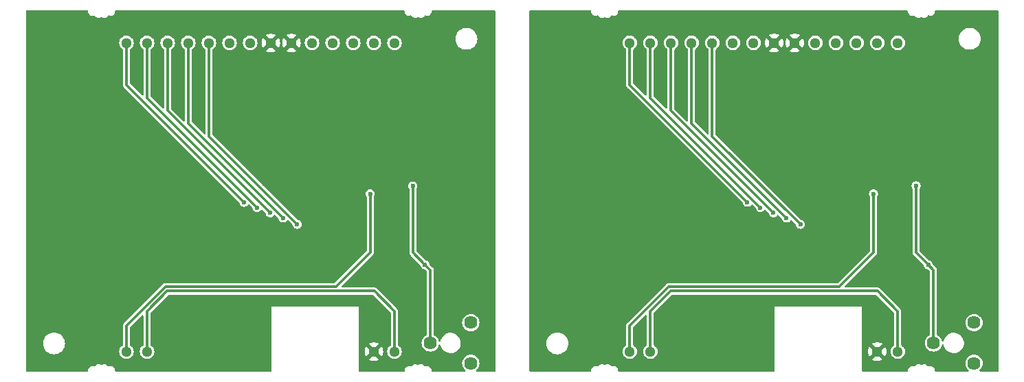
<source format=gbl>
G04 #@! TF.GenerationSoftware,KiCad,Pcbnew,7.0.10*
G04 #@! TF.CreationDate,2024-01-03T22:04:11+01:00*
G04 #@! TF.ProjectId,dogs102,646f6773-3130-4322-9e6b-696361645f70,rev?*
G04 #@! TF.SameCoordinates,Original*
G04 #@! TF.FileFunction,Copper,L2,Bot*
G04 #@! TF.FilePolarity,Positive*
%FSLAX46Y46*%
G04 Gerber Fmt 4.6, Leading zero omitted, Abs format (unit mm)*
G04 Created by KiCad (PCBNEW 7.0.10) date 2024-01-03 22:04:11*
%MOMM*%
%LPD*%
G01*
G04 APERTURE LIST*
G04 #@! TA.AperFunction,ComponentPad*
%ADD10C,1.280000*%
G04 #@! TD*
G04 #@! TA.AperFunction,ComponentPad*
%ADD11C,1.620000*%
G04 #@! TD*
G04 #@! TA.AperFunction,ViaPad*
%ADD12C,0.600000*%
G04 #@! TD*
G04 #@! TA.AperFunction,Conductor*
%ADD13C,0.350000*%
G04 #@! TD*
G04 APERTURE END LIST*
D10*
X130590000Y-124460000D03*
X133130000Y-124460000D03*
X161070000Y-124460000D03*
X163610000Y-124460000D03*
X163610000Y-86360000D03*
X161070000Y-86360000D03*
X158530000Y-86360000D03*
X155990000Y-86360000D03*
X153450000Y-86360000D03*
X150910000Y-86360000D03*
X148370000Y-86360000D03*
X145830000Y-86360000D03*
X143290000Y-86360000D03*
X140750000Y-86360000D03*
X138210000Y-86360000D03*
X135670000Y-86360000D03*
X133130000Y-86360000D03*
X130590000Y-86360000D03*
D11*
X173010000Y-120900000D03*
X168010000Y-123400000D03*
X173010000Y-125900000D03*
D10*
X192590000Y-124460000D03*
X195130000Y-124460000D03*
X223070000Y-124460000D03*
X225610000Y-124460000D03*
X225610000Y-86360000D03*
X223070000Y-86360000D03*
X220530000Y-86360000D03*
X217990000Y-86360000D03*
X215450000Y-86360000D03*
X212910000Y-86360000D03*
X210370000Y-86360000D03*
X207830000Y-86360000D03*
X205290000Y-86360000D03*
X202750000Y-86360000D03*
X200210000Y-86360000D03*
X197670000Y-86360000D03*
X195130000Y-86360000D03*
X192590000Y-86360000D03*
D11*
X235010000Y-120900000D03*
X230010000Y-123400000D03*
X235010000Y-125900000D03*
D12*
X151610000Y-108750000D03*
X213610000Y-108750000D03*
X149882702Y-107977298D03*
X211882702Y-107977298D03*
X222610000Y-105000000D03*
X160610000Y-105000000D03*
X210280404Y-107329596D03*
X148280404Y-107329596D03*
X208678106Y-106681894D03*
X146678106Y-106681894D03*
X145075808Y-106034192D03*
X207075808Y-106034192D03*
X229360000Y-113750000D03*
X167360000Y-113750000D03*
X165860000Y-104000000D03*
X227860000Y-104000000D03*
D13*
X202750000Y-86360000D02*
X202750000Y-97890000D01*
X140750000Y-86360000D02*
X140750000Y-97890000D01*
X202750000Y-97890000D02*
X213610000Y-108750000D01*
X140750000Y-97890000D02*
X151610000Y-108750000D01*
X200210000Y-96304596D02*
X211882702Y-107977298D01*
X138210000Y-96304596D02*
X149882702Y-107977298D01*
X200210000Y-86360000D02*
X200210000Y-96304596D01*
X138210000Y-86360000D02*
X138210000Y-96304596D01*
X197382182Y-116450000D02*
X192556000Y-121276182D01*
X222610000Y-105000000D02*
X222610000Y-112250000D01*
X135382182Y-116450000D02*
X130556000Y-121276182D01*
X130556000Y-121276182D02*
X130556000Y-124460000D01*
X218410000Y-116450000D02*
X197382182Y-116450000D01*
X160610000Y-105000000D02*
X160610000Y-112250000D01*
X222610000Y-112250000D02*
X218410000Y-116450000D01*
X160610000Y-112250000D02*
X156410000Y-116450000D01*
X192556000Y-121276182D02*
X192556000Y-124460000D01*
X156410000Y-116450000D02*
X135382182Y-116450000D01*
X163576000Y-119466000D02*
X161110000Y-117000000D01*
X197610000Y-117000000D02*
X195096000Y-119514000D01*
X195096000Y-119514000D02*
X195096000Y-124460000D01*
X225576000Y-119466000D02*
X223110000Y-117000000D01*
X225576000Y-124460000D02*
X225576000Y-119466000D01*
X133096000Y-119514000D02*
X133096000Y-124460000D01*
X163576000Y-124460000D02*
X163576000Y-119466000D01*
X223110000Y-117000000D02*
X197610000Y-117000000D01*
X135610000Y-117000000D02*
X133096000Y-119514000D01*
X161110000Y-117000000D02*
X135610000Y-117000000D01*
X135670000Y-86360000D02*
X135670000Y-94719192D01*
X135670000Y-94719192D02*
X148280404Y-107329596D01*
X197670000Y-94719192D02*
X210280404Y-107329596D01*
X197670000Y-86360000D02*
X197670000Y-94719192D01*
X133130000Y-93133788D02*
X146678106Y-106681894D01*
X195130000Y-93133788D02*
X208678106Y-106681894D01*
X133130000Y-86360000D02*
X133130000Y-93133788D01*
X195130000Y-86360000D02*
X195130000Y-93133788D01*
X192590000Y-86360000D02*
X192590000Y-91548384D01*
X130590000Y-91548384D02*
X145075808Y-106034192D01*
X130590000Y-86360000D02*
X130590000Y-91548384D01*
X192590000Y-91548384D02*
X207075808Y-106034192D01*
X165860000Y-104000000D02*
X165860000Y-112250000D01*
X165860000Y-112250000D02*
X167360000Y-113750000D01*
X227860000Y-112250000D02*
X229360000Y-113750000D01*
X230010000Y-114400000D02*
X229360000Y-113750000D01*
X168010000Y-114400000D02*
X167360000Y-113750000D01*
X168010000Y-123400000D02*
X168010000Y-114400000D01*
X227860000Y-104000000D02*
X227860000Y-112250000D01*
X230010000Y-123400000D02*
X230010000Y-114400000D01*
G04 #@! TA.AperFunction,Conductor*
G36*
X125802539Y-82345185D02*
G01*
X125848294Y-82397989D01*
X125859500Y-82449500D01*
X125859500Y-82571963D01*
X125900045Y-82710050D01*
X125900047Y-82710053D01*
X125977857Y-82831128D01*
X126086627Y-82925377D01*
X126217543Y-82985165D01*
X126324201Y-83000500D01*
X126324204Y-83000500D01*
X126395796Y-83000500D01*
X126395799Y-83000500D01*
X126502457Y-82985165D01*
X126569954Y-82954339D01*
X126639110Y-82944396D01*
X126702666Y-82973420D01*
X126725779Y-83000094D01*
X126777855Y-83081125D01*
X126777857Y-83081128D01*
X126886627Y-83175377D01*
X127017543Y-83235165D01*
X127124201Y-83250500D01*
X127124204Y-83250500D01*
X127195796Y-83250500D01*
X127195799Y-83250500D01*
X127302457Y-83235165D01*
X127433373Y-83175377D01*
X127433382Y-83175368D01*
X127440833Y-83170582D01*
X127442456Y-83173108D01*
X127492326Y-83150320D01*
X127561487Y-83160248D01*
X127578699Y-83171310D01*
X127579167Y-83170582D01*
X127586619Y-83175370D01*
X127586627Y-83175377D01*
X127717543Y-83235165D01*
X127824201Y-83250500D01*
X127824204Y-83250500D01*
X127895796Y-83250500D01*
X127895799Y-83250500D01*
X128002457Y-83235165D01*
X128133373Y-83175377D01*
X128242143Y-83081128D01*
X128294220Y-83000094D01*
X128347021Y-82954340D01*
X128416179Y-82944396D01*
X128450047Y-82954340D01*
X128517543Y-82985165D01*
X128624201Y-83000500D01*
X128624204Y-83000500D01*
X128695796Y-83000500D01*
X128695799Y-83000500D01*
X128802457Y-82985165D01*
X128933373Y-82925377D01*
X129042143Y-82831128D01*
X129119953Y-82710053D01*
X129160500Y-82571961D01*
X129160500Y-82449500D01*
X129180185Y-82382461D01*
X129232989Y-82336706D01*
X129284500Y-82325500D01*
X164735500Y-82325500D01*
X164802539Y-82345185D01*
X164848294Y-82397989D01*
X164859500Y-82449500D01*
X164859500Y-82571963D01*
X164900045Y-82710050D01*
X164900047Y-82710053D01*
X164977857Y-82831128D01*
X165086627Y-82925377D01*
X165217543Y-82985165D01*
X165324201Y-83000500D01*
X165324204Y-83000500D01*
X165395796Y-83000500D01*
X165395799Y-83000500D01*
X165502457Y-82985165D01*
X165569954Y-82954339D01*
X165639110Y-82944396D01*
X165702666Y-82973420D01*
X165725779Y-83000094D01*
X165777855Y-83081125D01*
X165777857Y-83081128D01*
X165886627Y-83175377D01*
X166017543Y-83235165D01*
X166124201Y-83250500D01*
X166124204Y-83250500D01*
X166195796Y-83250500D01*
X166195799Y-83250500D01*
X166302457Y-83235165D01*
X166433373Y-83175377D01*
X166433382Y-83175368D01*
X166440833Y-83170582D01*
X166442456Y-83173108D01*
X166492326Y-83150320D01*
X166561487Y-83160248D01*
X166578699Y-83171310D01*
X166579167Y-83170582D01*
X166586619Y-83175370D01*
X166586627Y-83175377D01*
X166717543Y-83235165D01*
X166824201Y-83250500D01*
X166824204Y-83250500D01*
X166895796Y-83250500D01*
X166895799Y-83250500D01*
X167002457Y-83235165D01*
X167133373Y-83175377D01*
X167242143Y-83081128D01*
X167294220Y-83000094D01*
X167347021Y-82954340D01*
X167416179Y-82944396D01*
X167450047Y-82954340D01*
X167517543Y-82985165D01*
X167624201Y-83000500D01*
X167624204Y-83000500D01*
X167695796Y-83000500D01*
X167695799Y-83000500D01*
X167802457Y-82985165D01*
X167933373Y-82925377D01*
X168042143Y-82831128D01*
X168119953Y-82710053D01*
X168160500Y-82571961D01*
X168160500Y-82451907D01*
X168180185Y-82384868D01*
X168232989Y-82339113D01*
X168284458Y-82327907D01*
X175910462Y-82325561D01*
X175977507Y-82345225D01*
X176023279Y-82398015D01*
X176034500Y-82449561D01*
X176034500Y-126800500D01*
X176014815Y-126867539D01*
X175962011Y-126913294D01*
X175910500Y-126924500D01*
X173786181Y-126924500D01*
X173719142Y-126904815D01*
X173673387Y-126852011D01*
X173663443Y-126782853D01*
X173692468Y-126719297D01*
X173707516Y-126704647D01*
X173766357Y-126656357D01*
X173899382Y-126494266D01*
X173998229Y-126309338D01*
X174059098Y-126108679D01*
X174079651Y-125900000D01*
X174059098Y-125691321D01*
X173998229Y-125490662D01*
X173899382Y-125305734D01*
X173844555Y-125238927D01*
X173766357Y-125143642D01*
X173604269Y-125010620D01*
X173604267Y-125010619D01*
X173604266Y-125010618D01*
X173419338Y-124911771D01*
X173319008Y-124881336D01*
X173218677Y-124850901D01*
X173010000Y-124830349D01*
X172801322Y-124850901D01*
X172600659Y-124911772D01*
X172415730Y-125010620D01*
X172253642Y-125143642D01*
X172120620Y-125305730D01*
X172021772Y-125490659D01*
X171960901Y-125691322D01*
X171940349Y-125900000D01*
X171960901Y-126108677D01*
X171979162Y-126168874D01*
X172003619Y-126249500D01*
X172021772Y-126309340D01*
X172120620Y-126494269D01*
X172253642Y-126656357D01*
X172312484Y-126704647D01*
X172351818Y-126762392D01*
X172353689Y-126832237D01*
X172317502Y-126892005D01*
X172254746Y-126922721D01*
X172233819Y-126924500D01*
X168284500Y-126924500D01*
X168217461Y-126904815D01*
X168171706Y-126852011D01*
X168160500Y-126800500D01*
X168160500Y-126678038D01*
X168160499Y-126678036D01*
X168119954Y-126539949D01*
X168119953Y-126539947D01*
X168042143Y-126418872D01*
X167933373Y-126324623D01*
X167933371Y-126324622D01*
X167802456Y-126264834D01*
X167722611Y-126253355D01*
X167695799Y-126249500D01*
X167624201Y-126249500D01*
X167610794Y-126251427D01*
X167517543Y-126264834D01*
X167450044Y-126295660D01*
X167380886Y-126305603D01*
X167317330Y-126276577D01*
X167294221Y-126249908D01*
X167242143Y-126168872D01*
X167133373Y-126074623D01*
X167133371Y-126074622D01*
X167002456Y-126014834D01*
X166922611Y-126003355D01*
X166895799Y-125999500D01*
X166824201Y-125999500D01*
X166810794Y-126001427D01*
X166717543Y-126014834D01*
X166586628Y-126074622D01*
X166579166Y-126079418D01*
X166577544Y-126076895D01*
X166527645Y-126099683D01*
X166458487Y-126089739D01*
X166441299Y-126078693D01*
X166440834Y-126079418D01*
X166433371Y-126074622D01*
X166302456Y-126014834D01*
X166222611Y-126003355D01*
X166195799Y-125999500D01*
X166124201Y-125999500D01*
X166110794Y-126001427D01*
X166017543Y-126014834D01*
X165886628Y-126074622D01*
X165886626Y-126074623D01*
X165777855Y-126168874D01*
X165725779Y-126249905D01*
X165672975Y-126295660D01*
X165603816Y-126305603D01*
X165569953Y-126295659D01*
X165502458Y-126264835D01*
X165466904Y-126259723D01*
X165395799Y-126249500D01*
X165324201Y-126249500D01*
X165310794Y-126251427D01*
X165217543Y-126264834D01*
X165086628Y-126324622D01*
X165086626Y-126324623D01*
X164977856Y-126418873D01*
X164900045Y-126539949D01*
X164859500Y-126678036D01*
X164859500Y-126800500D01*
X164839815Y-126867539D01*
X164787011Y-126913294D01*
X164735500Y-126924500D01*
X159309500Y-126924500D01*
X159242461Y-126904815D01*
X159196706Y-126852011D01*
X159185500Y-126800500D01*
X159185500Y-124460000D01*
X159925116Y-124460000D01*
X159944609Y-124670369D01*
X160002427Y-124873581D01*
X160096600Y-125062703D01*
X160103975Y-125072470D01*
X160680786Y-124495659D01*
X160694465Y-124582019D01*
X160750551Y-124692093D01*
X160837907Y-124779449D01*
X160947981Y-124835535D01*
X161034339Y-124849212D01*
X160460255Y-125423295D01*
X160559680Y-125484857D01*
X160559681Y-125484858D01*
X160756685Y-125561177D01*
X160964365Y-125600000D01*
X161175635Y-125600000D01*
X161383319Y-125561176D01*
X161580309Y-125484861D01*
X161580327Y-125484852D01*
X161679742Y-125423296D01*
X161679742Y-125423295D01*
X161105660Y-124849212D01*
X161192019Y-124835535D01*
X161302093Y-124779449D01*
X161389449Y-124692093D01*
X161445535Y-124582019D01*
X161459212Y-124495659D01*
X162036023Y-125072470D01*
X162043401Y-125062700D01*
X162043403Y-125062697D01*
X162137572Y-124873582D01*
X162195390Y-124670369D01*
X162214884Y-124460000D01*
X162214884Y-124459999D01*
X162195390Y-124249630D01*
X162137572Y-124046418D01*
X162043399Y-123857295D01*
X162036024Y-123847528D01*
X161459212Y-124424339D01*
X161445535Y-124337981D01*
X161389449Y-124227907D01*
X161302093Y-124140551D01*
X161192019Y-124084465D01*
X161105660Y-124070787D01*
X161679743Y-123496703D01*
X161580319Y-123435142D01*
X161580318Y-123435141D01*
X161383314Y-123358822D01*
X161175635Y-123320000D01*
X160964365Y-123320000D01*
X160756685Y-123358822D01*
X160559683Y-123435140D01*
X160559677Y-123435143D01*
X160460256Y-123496702D01*
X160460255Y-123496703D01*
X161034339Y-124070787D01*
X160947981Y-124084465D01*
X160837907Y-124140551D01*
X160750551Y-124227907D01*
X160694465Y-124337981D01*
X160680787Y-124424340D01*
X160103974Y-123847527D01*
X160096602Y-123857292D01*
X160096598Y-123857298D01*
X160002427Y-124046418D01*
X159944609Y-124249630D01*
X159925116Y-124459999D01*
X159925116Y-124460000D01*
X159185500Y-124460000D01*
X159185500Y-119045352D01*
X159187384Y-119023818D01*
X159189122Y-119013955D01*
X159189124Y-119013952D01*
X159187384Y-119004083D01*
X159186218Y-118990761D01*
X159184781Y-118982611D01*
X159181322Y-118969699D01*
X159179581Y-118959829D01*
X159179581Y-118959828D01*
X159179579Y-118959827D01*
X159176061Y-118953733D01*
X159171549Y-118948355D01*
X159162866Y-118943342D01*
X159145161Y-118930945D01*
X159137480Y-118924500D01*
X159130879Y-118922097D01*
X159123952Y-118920876D01*
X159123951Y-118920876D01*
X159120217Y-118921534D01*
X159114081Y-118922616D01*
X159092552Y-118924500D01*
X148555352Y-118924500D01*
X148533818Y-118922616D01*
X148523952Y-118920876D01*
X148523951Y-118920876D01*
X148520217Y-118921534D01*
X148514081Y-118922616D01*
X148500767Y-118923781D01*
X148492620Y-118925217D01*
X148479711Y-118928675D01*
X148469827Y-118930418D01*
X148463740Y-118933932D01*
X148458354Y-118938452D01*
X148453338Y-118947139D01*
X148440949Y-118964832D01*
X148434500Y-118972517D01*
X148432098Y-118979118D01*
X148430876Y-118986048D01*
X148432616Y-118995915D01*
X148434500Y-119017447D01*
X148434500Y-126800500D01*
X148414815Y-126867539D01*
X148362011Y-126913294D01*
X148310500Y-126924500D01*
X129284500Y-126924500D01*
X129217461Y-126904815D01*
X129171706Y-126852011D01*
X129160500Y-126800500D01*
X129160500Y-126678038D01*
X129160499Y-126678036D01*
X129119954Y-126539949D01*
X129119953Y-126539947D01*
X129042143Y-126418872D01*
X128933373Y-126324623D01*
X128933371Y-126324622D01*
X128802456Y-126264834D01*
X128722611Y-126253355D01*
X128695799Y-126249500D01*
X128624201Y-126249500D01*
X128610794Y-126251427D01*
X128517543Y-126264834D01*
X128450044Y-126295660D01*
X128380886Y-126305603D01*
X128317330Y-126276577D01*
X128294221Y-126249908D01*
X128242143Y-126168872D01*
X128133373Y-126074623D01*
X128133371Y-126074622D01*
X128002456Y-126014834D01*
X127922611Y-126003355D01*
X127895799Y-125999500D01*
X127824201Y-125999500D01*
X127810794Y-126001427D01*
X127717543Y-126014834D01*
X127586628Y-126074622D01*
X127579166Y-126079418D01*
X127577544Y-126076895D01*
X127527645Y-126099683D01*
X127458487Y-126089739D01*
X127441299Y-126078693D01*
X127440834Y-126079418D01*
X127433371Y-126074622D01*
X127302456Y-126014834D01*
X127222611Y-126003355D01*
X127195799Y-125999500D01*
X127124201Y-125999500D01*
X127110794Y-126001427D01*
X127017543Y-126014834D01*
X126886628Y-126074622D01*
X126886626Y-126074623D01*
X126777855Y-126168874D01*
X126725779Y-126249905D01*
X126672975Y-126295660D01*
X126603816Y-126305603D01*
X126569953Y-126295659D01*
X126502458Y-126264835D01*
X126466904Y-126259723D01*
X126395799Y-126249500D01*
X126324201Y-126249500D01*
X126310794Y-126251427D01*
X126217543Y-126264834D01*
X126086628Y-126324622D01*
X126086626Y-126324623D01*
X125977856Y-126418873D01*
X125900045Y-126539949D01*
X125859500Y-126678036D01*
X125859500Y-126800500D01*
X125839815Y-126867539D01*
X125787011Y-126913294D01*
X125735500Y-126924500D01*
X118309500Y-126924500D01*
X118242461Y-126904815D01*
X118196706Y-126852011D01*
X118185500Y-126800500D01*
X118185500Y-123450000D01*
X120304341Y-123450000D01*
X120324936Y-123685403D01*
X120324938Y-123685413D01*
X120386094Y-123913655D01*
X120386096Y-123913659D01*
X120386097Y-123913663D01*
X120436031Y-124020746D01*
X120485964Y-124127828D01*
X120485965Y-124127830D01*
X120621505Y-124321402D01*
X120788597Y-124488494D01*
X120982169Y-124624034D01*
X120982171Y-124624035D01*
X121196337Y-124723903D01*
X121424592Y-124785063D01*
X121601032Y-124800499D01*
X121601033Y-124800500D01*
X121601034Y-124800500D01*
X121718967Y-124800500D01*
X121718967Y-124800499D01*
X121895408Y-124785063D01*
X122123663Y-124723903D01*
X122337829Y-124624035D01*
X122531401Y-124488495D01*
X122559896Y-124460000D01*
X129690573Y-124460000D01*
X129710228Y-124647003D01*
X129710229Y-124647005D01*
X129768333Y-124825831D01*
X129768334Y-124825833D01*
X129817951Y-124911772D01*
X129862348Y-124988670D01*
X129882112Y-125010620D01*
X129988160Y-125128400D01*
X129988163Y-125128402D01*
X129988166Y-125128405D01*
X130102256Y-125211296D01*
X130140287Y-125238928D01*
X130206226Y-125268285D01*
X130312062Y-125315406D01*
X130495984Y-125354500D01*
X130684016Y-125354500D01*
X130867938Y-125315406D01*
X131039714Y-125238927D01*
X131191834Y-125128405D01*
X131317652Y-124988670D01*
X131411667Y-124825830D01*
X131469772Y-124647001D01*
X131489427Y-124460000D01*
X131469772Y-124272999D01*
X131411667Y-124094170D01*
X131410228Y-124091678D01*
X131354392Y-123994966D01*
X131317652Y-123931330D01*
X131268372Y-123876599D01*
X131191839Y-123791599D01*
X131191836Y-123791597D01*
X131191835Y-123791596D01*
X131191834Y-123791595D01*
X131104612Y-123728224D01*
X131036614Y-123678820D01*
X130993949Y-123623489D01*
X130985500Y-123578502D01*
X130985500Y-121505448D01*
X131005185Y-121438409D01*
X131021819Y-121417767D01*
X132454819Y-119984767D01*
X132516142Y-119951282D01*
X132585834Y-119956266D01*
X132641767Y-119998138D01*
X132666184Y-120063602D01*
X132666500Y-120072448D01*
X132666500Y-123627907D01*
X132646815Y-123694946D01*
X132615386Y-123728224D01*
X132528169Y-123791592D01*
X132528160Y-123791599D01*
X132402347Y-123931331D01*
X132308334Y-124094166D01*
X132308333Y-124094168D01*
X132250229Y-124272994D01*
X132250228Y-124272996D01*
X132230573Y-124460000D01*
X132250228Y-124647003D01*
X132250229Y-124647005D01*
X132308333Y-124825831D01*
X132308334Y-124825833D01*
X132357951Y-124911772D01*
X132402348Y-124988670D01*
X132422112Y-125010620D01*
X132528160Y-125128400D01*
X132528163Y-125128402D01*
X132528166Y-125128405D01*
X132642256Y-125211296D01*
X132680287Y-125238928D01*
X132746226Y-125268285D01*
X132852062Y-125315406D01*
X133035984Y-125354500D01*
X133224016Y-125354500D01*
X133407938Y-125315406D01*
X133579714Y-125238927D01*
X133731834Y-125128405D01*
X133857652Y-124988670D01*
X133951667Y-124825830D01*
X134009772Y-124647001D01*
X134029427Y-124460000D01*
X134009772Y-124272999D01*
X133951667Y-124094170D01*
X133950228Y-124091678D01*
X133894392Y-123994966D01*
X133857652Y-123931330D01*
X133808372Y-123876599D01*
X133731839Y-123791599D01*
X133731836Y-123791597D01*
X133731835Y-123791596D01*
X133731834Y-123791595D01*
X133644612Y-123728224D01*
X133576614Y-123678820D01*
X133533949Y-123623489D01*
X133525500Y-123578502D01*
X133525500Y-119743266D01*
X133545185Y-119676227D01*
X133561819Y-119655585D01*
X135751586Y-117465819D01*
X135812909Y-117432334D01*
X135839267Y-117429500D01*
X160880734Y-117429500D01*
X160947773Y-117449185D01*
X160968415Y-117465819D01*
X163110181Y-119607585D01*
X163143666Y-119668908D01*
X163146500Y-119695266D01*
X163146500Y-123627907D01*
X163126815Y-123694946D01*
X163095386Y-123728224D01*
X163008169Y-123791592D01*
X163008160Y-123791599D01*
X162882347Y-123931331D01*
X162788334Y-124094166D01*
X162788333Y-124094168D01*
X162730229Y-124272994D01*
X162730228Y-124272996D01*
X162710573Y-124460000D01*
X162730228Y-124647003D01*
X162730229Y-124647005D01*
X162788333Y-124825831D01*
X162788334Y-124825833D01*
X162837951Y-124911772D01*
X162882348Y-124988670D01*
X162902112Y-125010620D01*
X163008160Y-125128400D01*
X163008163Y-125128402D01*
X163008166Y-125128405D01*
X163122256Y-125211296D01*
X163160287Y-125238928D01*
X163226226Y-125268285D01*
X163332062Y-125315406D01*
X163515984Y-125354500D01*
X163704016Y-125354500D01*
X163887938Y-125315406D01*
X164059714Y-125238927D01*
X164211834Y-125128405D01*
X164337652Y-124988670D01*
X164431667Y-124825830D01*
X164489772Y-124647001D01*
X164509427Y-124460000D01*
X164489772Y-124272999D01*
X164431667Y-124094170D01*
X164430228Y-124091678D01*
X164374392Y-123994966D01*
X164337652Y-123931330D01*
X164288372Y-123876599D01*
X164211839Y-123791599D01*
X164211836Y-123791597D01*
X164211835Y-123791596D01*
X164211834Y-123791595D01*
X164124612Y-123728224D01*
X164056614Y-123678820D01*
X164013949Y-123623489D01*
X164005500Y-123578502D01*
X164005500Y-119497084D01*
X164006280Y-119483199D01*
X164010048Y-119449760D01*
X164010048Y-119449759D01*
X163999921Y-119396243D01*
X163999154Y-119391721D01*
X163991054Y-119337973D01*
X163991052Y-119337970D01*
X163988662Y-119330219D01*
X163985978Y-119322548D01*
X163985977Y-119322543D01*
X163976112Y-119303878D01*
X163960550Y-119274431D01*
X163958461Y-119270292D01*
X163934878Y-119221321D01*
X163930303Y-119214611D01*
X163925478Y-119208073D01*
X163887018Y-119169613D01*
X163883801Y-119166274D01*
X163846812Y-119126410D01*
X163839547Y-119120616D01*
X163840100Y-119119922D01*
X163828177Y-119110772D01*
X161435683Y-116718278D01*
X161426416Y-116707908D01*
X161405436Y-116681599D01*
X161360494Y-116650958D01*
X161356714Y-116648276D01*
X161312955Y-116615981D01*
X161305813Y-116612205D01*
X161298460Y-116608664D01*
X161298458Y-116608663D01*
X161298455Y-116608662D01*
X161298453Y-116608661D01*
X161246475Y-116592627D01*
X161242075Y-116591179D01*
X161190750Y-116573220D01*
X161182781Y-116571712D01*
X161174738Y-116570500D01*
X161174737Y-116570500D01*
X161120323Y-116570500D01*
X161115688Y-116570413D01*
X161113299Y-116570323D01*
X161061370Y-116568380D01*
X161052138Y-116569421D01*
X161052038Y-116568538D01*
X161037136Y-116570500D01*
X157196266Y-116570500D01*
X157129227Y-116550815D01*
X157083472Y-116498011D01*
X157073528Y-116428853D01*
X157102553Y-116365297D01*
X157108585Y-116358819D01*
X158925819Y-114541585D01*
X160891728Y-112575675D01*
X160902090Y-112566416D01*
X160928402Y-112545434D01*
X160959056Y-112500470D01*
X160961698Y-112496745D01*
X160994016Y-112452959D01*
X160994018Y-112452953D01*
X160997812Y-112445776D01*
X161001333Y-112438462D01*
X161001337Y-112438458D01*
X161017386Y-112386424D01*
X161018807Y-112382107D01*
X161036779Y-112330751D01*
X161036779Y-112330745D01*
X161038290Y-112322762D01*
X161039500Y-112314738D01*
X161039500Y-112260322D01*
X161039587Y-112255685D01*
X161041619Y-112201370D01*
X161040579Y-112192138D01*
X161041460Y-112192038D01*
X161039500Y-112177135D01*
X161039500Y-105393222D01*
X161059185Y-105326183D01*
X161065126Y-105317734D01*
X161094355Y-105279643D01*
X161150228Y-105144754D01*
X161169285Y-105000000D01*
X161150228Y-104855246D01*
X161094355Y-104720358D01*
X161005474Y-104604526D01*
X160889643Y-104515645D01*
X160889640Y-104515644D01*
X160889638Y-104515642D01*
X160754757Y-104459773D01*
X160754752Y-104459771D01*
X160610001Y-104440715D01*
X160609999Y-104440715D01*
X160465247Y-104459771D01*
X160465245Y-104459772D01*
X160330361Y-104515643D01*
X160214526Y-104604526D01*
X160125643Y-104720361D01*
X160069772Y-104855245D01*
X160069771Y-104855247D01*
X160050715Y-104999998D01*
X160050715Y-105000001D01*
X160069771Y-105144752D01*
X160069773Y-105144757D01*
X160125642Y-105279638D01*
X160125646Y-105279644D01*
X160154874Y-105317734D01*
X160180070Y-105382903D01*
X160180500Y-105393222D01*
X160180500Y-112020733D01*
X160160815Y-112087772D01*
X160144181Y-112108414D01*
X156268414Y-115984181D01*
X156207091Y-116017666D01*
X156180733Y-116020500D01*
X135413265Y-116020500D01*
X135399379Y-116019720D01*
X135365940Y-116015951D01*
X135312495Y-116026064D01*
X135307926Y-116026841D01*
X135290730Y-116029432D01*
X135254155Y-116034946D01*
X135254154Y-116034946D01*
X135254150Y-116034947D01*
X135246401Y-116037336D01*
X135238724Y-116040023D01*
X135190631Y-116065440D01*
X135186497Y-116067527D01*
X135137502Y-116091122D01*
X135130807Y-116095687D01*
X135124253Y-116100523D01*
X135085804Y-116138972D01*
X135082470Y-116142184D01*
X135042592Y-116179187D01*
X135036799Y-116186452D01*
X135036107Y-116185900D01*
X135026957Y-116197819D01*
X130274275Y-120950500D01*
X130263908Y-120959765D01*
X130237598Y-120980746D01*
X130206965Y-121025677D01*
X130204284Y-121029455D01*
X130171985Y-121073219D01*
X130168181Y-121080417D01*
X130164663Y-121087723D01*
X130148631Y-121139696D01*
X130147182Y-121144097D01*
X130129221Y-121195429D01*
X130127711Y-121203408D01*
X130126500Y-121211445D01*
X130126500Y-121265858D01*
X130126413Y-121270494D01*
X130124380Y-121324813D01*
X130125421Y-121334048D01*
X130124536Y-121334147D01*
X130126500Y-121349048D01*
X130126500Y-123627907D01*
X130106815Y-123694946D01*
X130075386Y-123728224D01*
X129988169Y-123791592D01*
X129988160Y-123791599D01*
X129862347Y-123931331D01*
X129768334Y-124094166D01*
X129768333Y-124094168D01*
X129710229Y-124272994D01*
X129710228Y-124272996D01*
X129690573Y-124460000D01*
X122559896Y-124460000D01*
X122698495Y-124321401D01*
X122834035Y-124127830D01*
X122933903Y-123913663D01*
X122995063Y-123685408D01*
X123015659Y-123450000D01*
X122995063Y-123214592D01*
X122933903Y-122986337D01*
X122834035Y-122772171D01*
X122834034Y-122772169D01*
X122698494Y-122578597D01*
X122531402Y-122411505D01*
X122337830Y-122275965D01*
X122337828Y-122275964D01*
X122152817Y-122189692D01*
X122123663Y-122176097D01*
X122123659Y-122176096D01*
X122123655Y-122176094D01*
X121895413Y-122114938D01*
X121895403Y-122114936D01*
X121718967Y-122099500D01*
X121718966Y-122099500D01*
X121601034Y-122099500D01*
X121601033Y-122099500D01*
X121424596Y-122114936D01*
X121424586Y-122114938D01*
X121196344Y-122176094D01*
X121196335Y-122176098D01*
X120982171Y-122275964D01*
X120982169Y-122275965D01*
X120788597Y-122411505D01*
X120621506Y-122578597D01*
X120621501Y-122578604D01*
X120485967Y-122772165D01*
X120485965Y-122772169D01*
X120386098Y-122986335D01*
X120386094Y-122986344D01*
X120324938Y-123214586D01*
X120324936Y-123214596D01*
X120304341Y-123449999D01*
X120304341Y-123450000D01*
X118185500Y-123450000D01*
X118185500Y-86360000D01*
X129690573Y-86360000D01*
X129710228Y-86547003D01*
X129710229Y-86547005D01*
X129768333Y-86725831D01*
X129768334Y-86725833D01*
X129795902Y-86773582D01*
X129862348Y-86888670D01*
X129906175Y-86937345D01*
X129988160Y-87028400D01*
X129988166Y-87028405D01*
X130109386Y-87116477D01*
X130152051Y-87171804D01*
X130160500Y-87216793D01*
X130160500Y-91517300D01*
X130159720Y-91531186D01*
X130155951Y-91564624D01*
X130166065Y-91618072D01*
X130166842Y-91622644D01*
X130174946Y-91676410D01*
X130177349Y-91684203D01*
X130180022Y-91691841D01*
X130205432Y-91739919D01*
X130207522Y-91744058D01*
X130231121Y-91793063D01*
X130235683Y-91799753D01*
X130240523Y-91806311D01*
X130278967Y-91844755D01*
X130282183Y-91848093D01*
X130319189Y-91887975D01*
X130326453Y-91893768D01*
X130325899Y-91894462D01*
X130337825Y-91903613D01*
X144494054Y-106059843D01*
X144527539Y-106121166D01*
X144529312Y-106131338D01*
X144535580Y-106178944D01*
X144535581Y-106178949D01*
X144591450Y-106313830D01*
X144591453Y-106313836D01*
X144680333Y-106429665D01*
X144680334Y-106429666D01*
X144796163Y-106518546D01*
X144796169Y-106518549D01*
X144863609Y-106546483D01*
X144931054Y-106574420D01*
X145003431Y-106583948D01*
X145075807Y-106593477D01*
X145075808Y-106593477D01*
X145075809Y-106593477D01*
X145124059Y-106587124D01*
X145220562Y-106574420D01*
X145355451Y-106518547D01*
X145471282Y-106429666D01*
X145535949Y-106345389D01*
X145592375Y-106304189D01*
X145662121Y-106300034D01*
X145722004Y-106333197D01*
X146096352Y-106707545D01*
X146129837Y-106768868D01*
X146131610Y-106779040D01*
X146137878Y-106826646D01*
X146137879Y-106826651D01*
X146193748Y-106961532D01*
X146193751Y-106961538D01*
X146282631Y-107077367D01*
X146282632Y-107077368D01*
X146398461Y-107166248D01*
X146398467Y-107166251D01*
X146465907Y-107194185D01*
X146533352Y-107222122D01*
X146605729Y-107231650D01*
X146678105Y-107241179D01*
X146678106Y-107241179D01*
X146678107Y-107241179D01*
X146726357Y-107234826D01*
X146822860Y-107222122D01*
X146957749Y-107166249D01*
X147073580Y-107077368D01*
X147138247Y-106993091D01*
X147194673Y-106951891D01*
X147264419Y-106947736D01*
X147324302Y-106980899D01*
X147698650Y-107355247D01*
X147732135Y-107416570D01*
X147733908Y-107426742D01*
X147740176Y-107474348D01*
X147740177Y-107474353D01*
X147796046Y-107609234D01*
X147796049Y-107609240D01*
X147884929Y-107725069D01*
X147884930Y-107725070D01*
X148000759Y-107813950D01*
X148000765Y-107813953D01*
X148068205Y-107841887D01*
X148135650Y-107869824D01*
X148208027Y-107879352D01*
X148280403Y-107888881D01*
X148280404Y-107888881D01*
X148280405Y-107888881D01*
X148328655Y-107882528D01*
X148425158Y-107869824D01*
X148560047Y-107813951D01*
X148675878Y-107725070D01*
X148740545Y-107640793D01*
X148796971Y-107599593D01*
X148866717Y-107595438D01*
X148926600Y-107628601D01*
X149300948Y-108002949D01*
X149334433Y-108064272D01*
X149336206Y-108074444D01*
X149342474Y-108122050D01*
X149342475Y-108122055D01*
X149398344Y-108256936D01*
X149398347Y-108256942D01*
X149487227Y-108372771D01*
X149487228Y-108372772D01*
X149603057Y-108461652D01*
X149603063Y-108461655D01*
X149670503Y-108489589D01*
X149737948Y-108517526D01*
X149810325Y-108527054D01*
X149882701Y-108536583D01*
X149882702Y-108536583D01*
X149882703Y-108536583D01*
X149930953Y-108530230D01*
X150027456Y-108517526D01*
X150162345Y-108461653D01*
X150278176Y-108372772D01*
X150342843Y-108288495D01*
X150399269Y-108247295D01*
X150469015Y-108243140D01*
X150528898Y-108276303D01*
X151028246Y-108775651D01*
X151061731Y-108836974D01*
X151063504Y-108847146D01*
X151069772Y-108894752D01*
X151069773Y-108894757D01*
X151125642Y-109029638D01*
X151125645Y-109029644D01*
X151214525Y-109145473D01*
X151214526Y-109145474D01*
X151330355Y-109234354D01*
X151330361Y-109234357D01*
X151397801Y-109262291D01*
X151465246Y-109290228D01*
X151537623Y-109299756D01*
X151609999Y-109309285D01*
X151610000Y-109309285D01*
X151610001Y-109309285D01*
X151658251Y-109302932D01*
X151754754Y-109290228D01*
X151889643Y-109234355D01*
X152005474Y-109145474D01*
X152094355Y-109029643D01*
X152150228Y-108894754D01*
X152169285Y-108750000D01*
X152150228Y-108605246D01*
X152094355Y-108470358D01*
X152005474Y-108354526D01*
X151889643Y-108265645D01*
X151889640Y-108265644D01*
X151889638Y-108265642D01*
X151754757Y-108209773D01*
X151754755Y-108209772D01*
X151754754Y-108209772D01*
X151722828Y-108205568D01*
X151707146Y-108203504D01*
X151643249Y-108175237D01*
X151635651Y-108168246D01*
X147467406Y-104000001D01*
X165300715Y-104000001D01*
X165319771Y-104144752D01*
X165319773Y-104144757D01*
X165375642Y-104279638D01*
X165375646Y-104279644D01*
X165404874Y-104317734D01*
X165430070Y-104382903D01*
X165430500Y-104393222D01*
X165430500Y-112218916D01*
X165429720Y-112232802D01*
X165425951Y-112266240D01*
X165436065Y-112319688D01*
X165436840Y-112324252D01*
X165437820Y-112330752D01*
X165444946Y-112378026D01*
X165447349Y-112385819D01*
X165450022Y-112393457D01*
X165475432Y-112441535D01*
X165477522Y-112445674D01*
X165501121Y-112494679D01*
X165505683Y-112501369D01*
X165510523Y-112507927D01*
X165548968Y-112546372D01*
X165552184Y-112549711D01*
X165589186Y-112589588D01*
X165596453Y-112595384D01*
X165595899Y-112596078D01*
X165607825Y-112605229D01*
X166778246Y-113775651D01*
X166811731Y-113836974D01*
X166813504Y-113847146D01*
X166819772Y-113894752D01*
X166819773Y-113894757D01*
X166875642Y-114029638D01*
X166875645Y-114029644D01*
X166964525Y-114145473D01*
X166964526Y-114145474D01*
X167080355Y-114234354D01*
X167080361Y-114234357D01*
X167130186Y-114254995D01*
X167215246Y-114290228D01*
X167262852Y-114296495D01*
X167326747Y-114324759D01*
X167334348Y-114331752D01*
X167544181Y-114541585D01*
X167577666Y-114602908D01*
X167580500Y-114629266D01*
X167580500Y-122348224D01*
X167560815Y-122415263D01*
X167514955Y-122457581D01*
X167415732Y-122510618D01*
X167253642Y-122643642D01*
X167120620Y-122805730D01*
X167021772Y-122990659D01*
X166960901Y-123191322D01*
X166940349Y-123400000D01*
X166960901Y-123608677D01*
X166982179Y-123678820D01*
X167021771Y-123809338D01*
X167077534Y-123913663D01*
X167120620Y-123994269D01*
X167253642Y-124156357D01*
X167395771Y-124272999D01*
X167415734Y-124289382D01*
X167600662Y-124388229D01*
X167801321Y-124449098D01*
X168010000Y-124469651D01*
X168218679Y-124449098D01*
X168419338Y-124388229D01*
X168604266Y-124289382D01*
X168766357Y-124156357D01*
X168899382Y-123994266D01*
X168998229Y-123809338D01*
X169044120Y-123658054D01*
X169082415Y-123599619D01*
X169146228Y-123571163D01*
X169215295Y-123581723D01*
X169267688Y-123627947D01*
X169284428Y-123674022D01*
X169284687Y-123673963D01*
X169285160Y-123676035D01*
X169285656Y-123677401D01*
X169285925Y-123679388D01*
X169355483Y-123893465D01*
X169462146Y-124091678D01*
X169462148Y-124091681D01*
X169602489Y-124267663D01*
X169602491Y-124267664D01*
X169602492Y-124267666D01*
X169772004Y-124415765D01*
X169965236Y-124531215D01*
X170175976Y-124610307D01*
X170397450Y-124650500D01*
X170397453Y-124650500D01*
X170566148Y-124650500D01*
X170566155Y-124650500D01*
X170734188Y-124635377D01*
X170734192Y-124635376D01*
X170951160Y-124575496D01*
X170951162Y-124575495D01*
X170951170Y-124575493D01*
X171153973Y-124477829D01*
X171336078Y-124345522D01*
X171491632Y-124182825D01*
X171615635Y-123994968D01*
X171704103Y-123787988D01*
X171754191Y-123568537D01*
X171764290Y-123343670D01*
X171734075Y-123120613D01*
X171664517Y-122906536D01*
X171557852Y-122708319D01*
X171485167Y-122617175D01*
X171417510Y-122532336D01*
X171392652Y-122510618D01*
X171247996Y-122384235D01*
X171054764Y-122268785D01*
X170936775Y-122224503D01*
X170844023Y-122189692D01*
X170622550Y-122149500D01*
X170622547Y-122149500D01*
X170453845Y-122149500D01*
X170415399Y-122152960D01*
X170285813Y-122164622D01*
X170285807Y-122164623D01*
X170068839Y-122224503D01*
X170068826Y-122224508D01*
X169866033Y-122322167D01*
X169866025Y-122322171D01*
X169683927Y-122454473D01*
X169683925Y-122454474D01*
X169528366Y-122617176D01*
X169404363Y-122805033D01*
X169315899Y-123012004D01*
X169315895Y-123012017D01*
X169286232Y-123141982D01*
X169252123Y-123202961D01*
X169190462Y-123235819D01*
X169120825Y-123230124D01*
X169065321Y-123187684D01*
X169046680Y-123150385D01*
X169037649Y-123120613D01*
X168998229Y-122990662D01*
X168899382Y-122805734D01*
X168898806Y-122805032D01*
X168766357Y-122643642D01*
X168604267Y-122510618D01*
X168505045Y-122457581D01*
X168455201Y-122408618D01*
X168439500Y-122348224D01*
X168439500Y-120900000D01*
X171940349Y-120900000D01*
X171960901Y-121108677D01*
X172021772Y-121309340D01*
X172120620Y-121494269D01*
X172253642Y-121656357D01*
X172415730Y-121789379D01*
X172415734Y-121789382D01*
X172600662Y-121888229D01*
X172801321Y-121949098D01*
X173010000Y-121969651D01*
X173218679Y-121949098D01*
X173419338Y-121888229D01*
X173604266Y-121789382D01*
X173766357Y-121656357D01*
X173899382Y-121494266D01*
X173998229Y-121309338D01*
X174059098Y-121108679D01*
X174079651Y-120900000D01*
X174059098Y-120691321D01*
X173998229Y-120490662D01*
X173899382Y-120305734D01*
X173899379Y-120305730D01*
X173766357Y-120143642D01*
X173604269Y-120010620D01*
X173604267Y-120010619D01*
X173604266Y-120010618D01*
X173419338Y-119911771D01*
X173319008Y-119881336D01*
X173218677Y-119850901D01*
X173010000Y-119830349D01*
X172801322Y-119850901D01*
X172600659Y-119911772D01*
X172415730Y-120010620D01*
X172253642Y-120143642D01*
X172120620Y-120305730D01*
X172021772Y-120490659D01*
X171960901Y-120691322D01*
X171940349Y-120900000D01*
X168439500Y-120900000D01*
X168439500Y-114431084D01*
X168440280Y-114417199D01*
X168444048Y-114383760D01*
X168444048Y-114383759D01*
X168433921Y-114330243D01*
X168433154Y-114325721D01*
X168433009Y-114324759D01*
X168425054Y-114271973D01*
X168425052Y-114271970D01*
X168422662Y-114264219D01*
X168419977Y-114256546D01*
X168419977Y-114256543D01*
X168394555Y-114208442D01*
X168392496Y-114204365D01*
X168368878Y-114155321D01*
X168368877Y-114155320D01*
X168368876Y-114155317D01*
X168364315Y-114148629D01*
X168359477Y-114142073D01*
X168321030Y-114103626D01*
X168317813Y-114100287D01*
X168280812Y-114060410D01*
X168273549Y-114054618D01*
X168274101Y-114053924D01*
X168262176Y-114044772D01*
X168112156Y-113894752D01*
X167941750Y-113724345D01*
X167908267Y-113663025D01*
X167906500Y-113652889D01*
X167900228Y-113605246D01*
X167844355Y-113470358D01*
X167755474Y-113354526D01*
X167639643Y-113265645D01*
X167639640Y-113265644D01*
X167639638Y-113265642D01*
X167504757Y-113209773D01*
X167504755Y-113209772D01*
X167504754Y-113209772D01*
X167472828Y-113205568D01*
X167457146Y-113203504D01*
X167393249Y-113175237D01*
X167385651Y-113168246D01*
X166325819Y-112108414D01*
X166292334Y-112047091D01*
X166289500Y-112020733D01*
X166289500Y-104393222D01*
X166309185Y-104326183D01*
X166315126Y-104317734D01*
X166344355Y-104279643D01*
X166400228Y-104144754D01*
X166419285Y-104000000D01*
X166400228Y-103855246D01*
X166344355Y-103720358D01*
X166255474Y-103604526D01*
X166139643Y-103515645D01*
X166139640Y-103515644D01*
X166139638Y-103515642D01*
X166004757Y-103459773D01*
X166004752Y-103459771D01*
X165860001Y-103440715D01*
X165859999Y-103440715D01*
X165715247Y-103459771D01*
X165715245Y-103459772D01*
X165580361Y-103515643D01*
X165464526Y-103604526D01*
X165375643Y-103720361D01*
X165319772Y-103855245D01*
X165319771Y-103855247D01*
X165300715Y-103999998D01*
X165300715Y-104000001D01*
X147467406Y-104000001D01*
X141215819Y-97748414D01*
X141182334Y-97687091D01*
X141179500Y-97660733D01*
X141179500Y-87216793D01*
X141199185Y-87149754D01*
X141230611Y-87116478D01*
X141351834Y-87028405D01*
X141477652Y-86888670D01*
X141571667Y-86725830D01*
X141629772Y-86547001D01*
X141649427Y-86360000D01*
X142390573Y-86360000D01*
X142410228Y-86547003D01*
X142410229Y-86547005D01*
X142468333Y-86725831D01*
X142468334Y-86725833D01*
X142495902Y-86773582D01*
X142562348Y-86888670D01*
X142606175Y-86937345D01*
X142688160Y-87028400D01*
X142688163Y-87028402D01*
X142688166Y-87028405D01*
X142802256Y-87111296D01*
X142840287Y-87138928D01*
X142906226Y-87168285D01*
X143012062Y-87215406D01*
X143195984Y-87254500D01*
X143384016Y-87254500D01*
X143567938Y-87215406D01*
X143739714Y-87138927D01*
X143891834Y-87028405D01*
X144017652Y-86888670D01*
X144111667Y-86725830D01*
X144169772Y-86547001D01*
X144189427Y-86360000D01*
X144930573Y-86360000D01*
X144950228Y-86547003D01*
X144950229Y-86547005D01*
X145008333Y-86725831D01*
X145008334Y-86725833D01*
X145035902Y-86773582D01*
X145102348Y-86888670D01*
X145146175Y-86937345D01*
X145228160Y-87028400D01*
X145228163Y-87028402D01*
X145228166Y-87028405D01*
X145342256Y-87111296D01*
X145380287Y-87138928D01*
X145446226Y-87168285D01*
X145552062Y-87215406D01*
X145735984Y-87254500D01*
X145924016Y-87254500D01*
X146107938Y-87215406D01*
X146279714Y-87138927D01*
X146431834Y-87028405D01*
X146557652Y-86888670D01*
X146651667Y-86725830D01*
X146709772Y-86547001D01*
X146729427Y-86360000D01*
X147225116Y-86360000D01*
X147244609Y-86570369D01*
X147302427Y-86773581D01*
X147396600Y-86962703D01*
X147403975Y-86972470D01*
X147980786Y-86395659D01*
X147994465Y-86482019D01*
X148050551Y-86592093D01*
X148137907Y-86679449D01*
X148247981Y-86735535D01*
X148334339Y-86749212D01*
X147760255Y-87323295D01*
X147859680Y-87384857D01*
X147859681Y-87384858D01*
X148056685Y-87461177D01*
X148264365Y-87500000D01*
X148475635Y-87500000D01*
X148683319Y-87461176D01*
X148880309Y-87384861D01*
X148880327Y-87384852D01*
X148979742Y-87323296D01*
X148979742Y-87323295D01*
X148405660Y-86749212D01*
X148492019Y-86735535D01*
X148602093Y-86679449D01*
X148689449Y-86592093D01*
X148745535Y-86482019D01*
X148759212Y-86395659D01*
X149336023Y-86972470D01*
X149343401Y-86962700D01*
X149343403Y-86962697D01*
X149437572Y-86773582D01*
X149495390Y-86570369D01*
X149514884Y-86360000D01*
X149765116Y-86360000D01*
X149784609Y-86570369D01*
X149842427Y-86773581D01*
X149936600Y-86962703D01*
X149943975Y-86972470D01*
X150520786Y-86395659D01*
X150534465Y-86482019D01*
X150590551Y-86592093D01*
X150677907Y-86679449D01*
X150787981Y-86735535D01*
X150874339Y-86749212D01*
X150300255Y-87323295D01*
X150399680Y-87384857D01*
X150399681Y-87384858D01*
X150596685Y-87461177D01*
X150804365Y-87500000D01*
X151015635Y-87500000D01*
X151223319Y-87461176D01*
X151420309Y-87384861D01*
X151420327Y-87384852D01*
X151519742Y-87323296D01*
X151519742Y-87323295D01*
X150945660Y-86749212D01*
X151032019Y-86735535D01*
X151142093Y-86679449D01*
X151229449Y-86592093D01*
X151285535Y-86482019D01*
X151299212Y-86395659D01*
X151876023Y-86972470D01*
X151883401Y-86962700D01*
X151883403Y-86962697D01*
X151977572Y-86773582D01*
X152035390Y-86570369D01*
X152054884Y-86360000D01*
X152550573Y-86360000D01*
X152570228Y-86547003D01*
X152570229Y-86547005D01*
X152628333Y-86725831D01*
X152628334Y-86725833D01*
X152655902Y-86773582D01*
X152722348Y-86888670D01*
X152766175Y-86937345D01*
X152848160Y-87028400D01*
X152848163Y-87028402D01*
X152848166Y-87028405D01*
X152962256Y-87111296D01*
X153000287Y-87138928D01*
X153066226Y-87168285D01*
X153172062Y-87215406D01*
X153355984Y-87254500D01*
X153544016Y-87254500D01*
X153727938Y-87215406D01*
X153899714Y-87138927D01*
X154051834Y-87028405D01*
X154177652Y-86888670D01*
X154271667Y-86725830D01*
X154329772Y-86547001D01*
X154349427Y-86360000D01*
X155090573Y-86360000D01*
X155110228Y-86547003D01*
X155110229Y-86547005D01*
X155168333Y-86725831D01*
X155168334Y-86725833D01*
X155195902Y-86773582D01*
X155262348Y-86888670D01*
X155306175Y-86937345D01*
X155388160Y-87028400D01*
X155388163Y-87028402D01*
X155388166Y-87028405D01*
X155502256Y-87111296D01*
X155540287Y-87138928D01*
X155606226Y-87168285D01*
X155712062Y-87215406D01*
X155895984Y-87254500D01*
X156084016Y-87254500D01*
X156267938Y-87215406D01*
X156439714Y-87138927D01*
X156591834Y-87028405D01*
X156717652Y-86888670D01*
X156811667Y-86725830D01*
X156869772Y-86547001D01*
X156889427Y-86360000D01*
X157630573Y-86360000D01*
X157650228Y-86547003D01*
X157650229Y-86547005D01*
X157708333Y-86725831D01*
X157708334Y-86725833D01*
X157735902Y-86773582D01*
X157802348Y-86888670D01*
X157846175Y-86937345D01*
X157928160Y-87028400D01*
X157928163Y-87028402D01*
X157928166Y-87028405D01*
X158042256Y-87111296D01*
X158080287Y-87138928D01*
X158146226Y-87168285D01*
X158252062Y-87215406D01*
X158435984Y-87254500D01*
X158624016Y-87254500D01*
X158807938Y-87215406D01*
X158979714Y-87138927D01*
X159131834Y-87028405D01*
X159257652Y-86888670D01*
X159351667Y-86725830D01*
X159409772Y-86547001D01*
X159429427Y-86360000D01*
X160170573Y-86360000D01*
X160190228Y-86547003D01*
X160190229Y-86547005D01*
X160248333Y-86725831D01*
X160248334Y-86725833D01*
X160275902Y-86773582D01*
X160342348Y-86888670D01*
X160386175Y-86937345D01*
X160468160Y-87028400D01*
X160468163Y-87028402D01*
X160468166Y-87028405D01*
X160582256Y-87111296D01*
X160620287Y-87138928D01*
X160686226Y-87168285D01*
X160792062Y-87215406D01*
X160975984Y-87254500D01*
X161164016Y-87254500D01*
X161347938Y-87215406D01*
X161519714Y-87138927D01*
X161671834Y-87028405D01*
X161797652Y-86888670D01*
X161891667Y-86725830D01*
X161949772Y-86547001D01*
X161969427Y-86360000D01*
X162710573Y-86360000D01*
X162730228Y-86547003D01*
X162730229Y-86547005D01*
X162788333Y-86725831D01*
X162788334Y-86725833D01*
X162815902Y-86773582D01*
X162882348Y-86888670D01*
X162926175Y-86937345D01*
X163008160Y-87028400D01*
X163008163Y-87028402D01*
X163008166Y-87028405D01*
X163122256Y-87111296D01*
X163160287Y-87138928D01*
X163226226Y-87168285D01*
X163332062Y-87215406D01*
X163515984Y-87254500D01*
X163704016Y-87254500D01*
X163887938Y-87215406D01*
X164059714Y-87138927D01*
X164211834Y-87028405D01*
X164337652Y-86888670D01*
X164431667Y-86725830D01*
X164489772Y-86547001D01*
X164509427Y-86360000D01*
X164489772Y-86172999D01*
X164431667Y-85994170D01*
X164348431Y-85850000D01*
X171104341Y-85850000D01*
X171124936Y-86085403D01*
X171124938Y-86085413D01*
X171186094Y-86313655D01*
X171186096Y-86313659D01*
X171186097Y-86313663D01*
X171236031Y-86420746D01*
X171285964Y-86527828D01*
X171285965Y-86527830D01*
X171421505Y-86721402D01*
X171588597Y-86888494D01*
X171782169Y-87024034D01*
X171782171Y-87024035D01*
X171996337Y-87123903D01*
X172224592Y-87185063D01*
X172401032Y-87200499D01*
X172401033Y-87200500D01*
X172401034Y-87200500D01*
X172518967Y-87200500D01*
X172518967Y-87200499D01*
X172695408Y-87185063D01*
X172923663Y-87123903D01*
X173137829Y-87024035D01*
X173331401Y-86888495D01*
X173498495Y-86721401D01*
X173634035Y-86527830D01*
X173733903Y-86313663D01*
X173795063Y-86085408D01*
X173815659Y-85850000D01*
X173795063Y-85614592D01*
X173733903Y-85386337D01*
X173634035Y-85172171D01*
X173634034Y-85172169D01*
X173498494Y-84978597D01*
X173331402Y-84811505D01*
X173137830Y-84675965D01*
X173137828Y-84675964D01*
X173030746Y-84626031D01*
X172923663Y-84576097D01*
X172923659Y-84576096D01*
X172923655Y-84576094D01*
X172695413Y-84514938D01*
X172695403Y-84514936D01*
X172518967Y-84499500D01*
X172518966Y-84499500D01*
X172401034Y-84499500D01*
X172401033Y-84499500D01*
X172224596Y-84514936D01*
X172224586Y-84514938D01*
X171996344Y-84576094D01*
X171996335Y-84576098D01*
X171782171Y-84675964D01*
X171782169Y-84675965D01*
X171588597Y-84811505D01*
X171421506Y-84978597D01*
X171421501Y-84978604D01*
X171285967Y-85172165D01*
X171285965Y-85172169D01*
X171186098Y-85386335D01*
X171186094Y-85386344D01*
X171124938Y-85614586D01*
X171124936Y-85614596D01*
X171104341Y-85849999D01*
X171104341Y-85850000D01*
X164348431Y-85850000D01*
X164337652Y-85831330D01*
X164288372Y-85776599D01*
X164211839Y-85691599D01*
X164211836Y-85691597D01*
X164211835Y-85691596D01*
X164211834Y-85691595D01*
X164135774Y-85636334D01*
X164059712Y-85581071D01*
X163927832Y-85522356D01*
X163887938Y-85504594D01*
X163887936Y-85504593D01*
X163704016Y-85465500D01*
X163515984Y-85465500D01*
X163332062Y-85504593D01*
X163332057Y-85504595D01*
X163160287Y-85581073D01*
X163160282Y-85581075D01*
X163008167Y-85691593D01*
X163008160Y-85691599D01*
X162882347Y-85831331D01*
X162788334Y-85994166D01*
X162788333Y-85994168D01*
X162730229Y-86172994D01*
X162730228Y-86172996D01*
X162710573Y-86360000D01*
X161969427Y-86360000D01*
X161949772Y-86172999D01*
X161891667Y-85994170D01*
X161797652Y-85831330D01*
X161748372Y-85776599D01*
X161671839Y-85691599D01*
X161671836Y-85691597D01*
X161671835Y-85691596D01*
X161671834Y-85691595D01*
X161595774Y-85636334D01*
X161519712Y-85581071D01*
X161387832Y-85522356D01*
X161347938Y-85504594D01*
X161347936Y-85504593D01*
X161164016Y-85465500D01*
X160975984Y-85465500D01*
X160792062Y-85504593D01*
X160792057Y-85504595D01*
X160620287Y-85581073D01*
X160620282Y-85581075D01*
X160468167Y-85691593D01*
X160468160Y-85691599D01*
X160342347Y-85831331D01*
X160248334Y-85994166D01*
X160248333Y-85994168D01*
X160190229Y-86172994D01*
X160190228Y-86172996D01*
X160170573Y-86360000D01*
X159429427Y-86360000D01*
X159409772Y-86172999D01*
X159351667Y-85994170D01*
X159257652Y-85831330D01*
X159208372Y-85776599D01*
X159131839Y-85691599D01*
X159131836Y-85691597D01*
X159131835Y-85691596D01*
X159131834Y-85691595D01*
X159055774Y-85636334D01*
X158979712Y-85581071D01*
X158847832Y-85522356D01*
X158807938Y-85504594D01*
X158807936Y-85504593D01*
X158624016Y-85465500D01*
X158435984Y-85465500D01*
X158252062Y-85504593D01*
X158252057Y-85504595D01*
X158080287Y-85581073D01*
X158080282Y-85581075D01*
X157928167Y-85691593D01*
X157928160Y-85691599D01*
X157802347Y-85831331D01*
X157708334Y-85994166D01*
X157708333Y-85994168D01*
X157650229Y-86172994D01*
X157650228Y-86172996D01*
X157630573Y-86360000D01*
X156889427Y-86360000D01*
X156869772Y-86172999D01*
X156811667Y-85994170D01*
X156717652Y-85831330D01*
X156668372Y-85776599D01*
X156591839Y-85691599D01*
X156591836Y-85691597D01*
X156591835Y-85691596D01*
X156591834Y-85691595D01*
X156515774Y-85636334D01*
X156439712Y-85581071D01*
X156307832Y-85522356D01*
X156267938Y-85504594D01*
X156267936Y-85504593D01*
X156084016Y-85465500D01*
X155895984Y-85465500D01*
X155712062Y-85504593D01*
X155712057Y-85504595D01*
X155540287Y-85581073D01*
X155540282Y-85581075D01*
X155388167Y-85691593D01*
X155388160Y-85691599D01*
X155262347Y-85831331D01*
X155168334Y-85994166D01*
X155168333Y-85994168D01*
X155110229Y-86172994D01*
X155110228Y-86172996D01*
X155090573Y-86360000D01*
X154349427Y-86360000D01*
X154329772Y-86172999D01*
X154271667Y-85994170D01*
X154177652Y-85831330D01*
X154128372Y-85776599D01*
X154051839Y-85691599D01*
X154051836Y-85691597D01*
X154051835Y-85691596D01*
X154051834Y-85691595D01*
X153975774Y-85636334D01*
X153899712Y-85581071D01*
X153767832Y-85522356D01*
X153727938Y-85504594D01*
X153727936Y-85504593D01*
X153544016Y-85465500D01*
X153355984Y-85465500D01*
X153172062Y-85504593D01*
X153172057Y-85504595D01*
X153000287Y-85581073D01*
X153000282Y-85581075D01*
X152848167Y-85691593D01*
X152848160Y-85691599D01*
X152722347Y-85831331D01*
X152628334Y-85994166D01*
X152628333Y-85994168D01*
X152570229Y-86172994D01*
X152570228Y-86172996D01*
X152550573Y-86360000D01*
X152054884Y-86360000D01*
X152054884Y-86359999D01*
X152035390Y-86149630D01*
X151977572Y-85946418D01*
X151883399Y-85757295D01*
X151876024Y-85747528D01*
X151299212Y-86324339D01*
X151285535Y-86237981D01*
X151229449Y-86127907D01*
X151142093Y-86040551D01*
X151032019Y-85984465D01*
X150945660Y-85970787D01*
X151519743Y-85396703D01*
X151420319Y-85335142D01*
X151420318Y-85335141D01*
X151223314Y-85258822D01*
X151015635Y-85220000D01*
X150804365Y-85220000D01*
X150596685Y-85258822D01*
X150399683Y-85335140D01*
X150399677Y-85335143D01*
X150300256Y-85396702D01*
X150300255Y-85396703D01*
X150874339Y-85970787D01*
X150787981Y-85984465D01*
X150677907Y-86040551D01*
X150590551Y-86127907D01*
X150534465Y-86237981D01*
X150520787Y-86324340D01*
X149943974Y-85747527D01*
X149936602Y-85757292D01*
X149936598Y-85757298D01*
X149842427Y-85946418D01*
X149784609Y-86149630D01*
X149765116Y-86359999D01*
X149765116Y-86360000D01*
X149514884Y-86360000D01*
X149514884Y-86359999D01*
X149495390Y-86149630D01*
X149437572Y-85946418D01*
X149343399Y-85757295D01*
X149336024Y-85747528D01*
X148759212Y-86324339D01*
X148745535Y-86237981D01*
X148689449Y-86127907D01*
X148602093Y-86040551D01*
X148492019Y-85984465D01*
X148405660Y-85970787D01*
X148979743Y-85396703D01*
X148880319Y-85335142D01*
X148880318Y-85335141D01*
X148683314Y-85258822D01*
X148475635Y-85220000D01*
X148264365Y-85220000D01*
X148056685Y-85258822D01*
X147859683Y-85335140D01*
X147859677Y-85335143D01*
X147760256Y-85396702D01*
X147760255Y-85396703D01*
X148334339Y-85970787D01*
X148247981Y-85984465D01*
X148137907Y-86040551D01*
X148050551Y-86127907D01*
X147994465Y-86237981D01*
X147980787Y-86324340D01*
X147403974Y-85747527D01*
X147396602Y-85757292D01*
X147396598Y-85757298D01*
X147302427Y-85946418D01*
X147244609Y-86149630D01*
X147225116Y-86359999D01*
X147225116Y-86360000D01*
X146729427Y-86360000D01*
X146709772Y-86172999D01*
X146651667Y-85994170D01*
X146557652Y-85831330D01*
X146508372Y-85776599D01*
X146431839Y-85691599D01*
X146431836Y-85691597D01*
X146431835Y-85691596D01*
X146431834Y-85691595D01*
X146355774Y-85636334D01*
X146279712Y-85581071D01*
X146147832Y-85522356D01*
X146107938Y-85504594D01*
X146107936Y-85504593D01*
X145924016Y-85465500D01*
X145735984Y-85465500D01*
X145552062Y-85504593D01*
X145552057Y-85504595D01*
X145380287Y-85581073D01*
X145380282Y-85581075D01*
X145228167Y-85691593D01*
X145228160Y-85691599D01*
X145102347Y-85831331D01*
X145008334Y-85994166D01*
X145008333Y-85994168D01*
X144950229Y-86172994D01*
X144950228Y-86172996D01*
X144930573Y-86360000D01*
X144189427Y-86360000D01*
X144169772Y-86172999D01*
X144111667Y-85994170D01*
X144017652Y-85831330D01*
X143968372Y-85776599D01*
X143891839Y-85691599D01*
X143891836Y-85691597D01*
X143891835Y-85691596D01*
X143891834Y-85691595D01*
X143815774Y-85636334D01*
X143739712Y-85581071D01*
X143607832Y-85522356D01*
X143567938Y-85504594D01*
X143567936Y-85504593D01*
X143384016Y-85465500D01*
X143195984Y-85465500D01*
X143012062Y-85504593D01*
X143012057Y-85504595D01*
X142840287Y-85581073D01*
X142840282Y-85581075D01*
X142688167Y-85691593D01*
X142688160Y-85691599D01*
X142562347Y-85831331D01*
X142468334Y-85994166D01*
X142468333Y-85994168D01*
X142410229Y-86172994D01*
X142410228Y-86172996D01*
X142390573Y-86360000D01*
X141649427Y-86360000D01*
X141629772Y-86172999D01*
X141571667Y-85994170D01*
X141477652Y-85831330D01*
X141428372Y-85776599D01*
X141351839Y-85691599D01*
X141351836Y-85691597D01*
X141351835Y-85691596D01*
X141351834Y-85691595D01*
X141275774Y-85636334D01*
X141199712Y-85581071D01*
X141067832Y-85522356D01*
X141027938Y-85504594D01*
X141027936Y-85504593D01*
X140844016Y-85465500D01*
X140655984Y-85465500D01*
X140472062Y-85504593D01*
X140472057Y-85504595D01*
X140300287Y-85581073D01*
X140300282Y-85581075D01*
X140148167Y-85691593D01*
X140148160Y-85691599D01*
X140022347Y-85831331D01*
X139928334Y-85994166D01*
X139928333Y-85994168D01*
X139870229Y-86172994D01*
X139870228Y-86172996D01*
X139850573Y-86360000D01*
X139870228Y-86547003D01*
X139870229Y-86547005D01*
X139928333Y-86725831D01*
X139928334Y-86725833D01*
X139955902Y-86773582D01*
X140022348Y-86888670D01*
X140066175Y-86937345D01*
X140148160Y-87028400D01*
X140148166Y-87028405D01*
X140269386Y-87116477D01*
X140312051Y-87171804D01*
X140320500Y-87216793D01*
X140320500Y-97508329D01*
X140300815Y-97575368D01*
X140248011Y-97621123D01*
X140178853Y-97631067D01*
X140115297Y-97602042D01*
X140108819Y-97596010D01*
X138675819Y-96163010D01*
X138642334Y-96101687D01*
X138639500Y-96075329D01*
X138639500Y-87216793D01*
X138659185Y-87149754D01*
X138690611Y-87116478D01*
X138811834Y-87028405D01*
X138937652Y-86888670D01*
X139031667Y-86725830D01*
X139089772Y-86547001D01*
X139109427Y-86360000D01*
X139089772Y-86172999D01*
X139031667Y-85994170D01*
X138937652Y-85831330D01*
X138888372Y-85776599D01*
X138811839Y-85691599D01*
X138811836Y-85691597D01*
X138811835Y-85691596D01*
X138811834Y-85691595D01*
X138735774Y-85636334D01*
X138659712Y-85581071D01*
X138527832Y-85522356D01*
X138487938Y-85504594D01*
X138487936Y-85504593D01*
X138304016Y-85465500D01*
X138115984Y-85465500D01*
X137932062Y-85504593D01*
X137932057Y-85504595D01*
X137760287Y-85581073D01*
X137760282Y-85581075D01*
X137608167Y-85691593D01*
X137608160Y-85691599D01*
X137482347Y-85831331D01*
X137388334Y-85994166D01*
X137388333Y-85994168D01*
X137330229Y-86172994D01*
X137330228Y-86172996D01*
X137310573Y-86360000D01*
X137330228Y-86547003D01*
X137330229Y-86547005D01*
X137388333Y-86725831D01*
X137388334Y-86725833D01*
X137415902Y-86773582D01*
X137482348Y-86888670D01*
X137526175Y-86937345D01*
X137608160Y-87028400D01*
X137608166Y-87028405D01*
X137729386Y-87116477D01*
X137772051Y-87171804D01*
X137780500Y-87216793D01*
X137780500Y-95922925D01*
X137760815Y-95989964D01*
X137708011Y-96035719D01*
X137638853Y-96045663D01*
X137575297Y-96016638D01*
X137568819Y-96010606D01*
X136135819Y-94577606D01*
X136102334Y-94516283D01*
X136099500Y-94489925D01*
X136099500Y-87216793D01*
X136119185Y-87149754D01*
X136150611Y-87116478D01*
X136271834Y-87028405D01*
X136397652Y-86888670D01*
X136491667Y-86725830D01*
X136549772Y-86547001D01*
X136569427Y-86360000D01*
X136549772Y-86172999D01*
X136491667Y-85994170D01*
X136397652Y-85831330D01*
X136348372Y-85776599D01*
X136271839Y-85691599D01*
X136271836Y-85691597D01*
X136271835Y-85691596D01*
X136271834Y-85691595D01*
X136195774Y-85636334D01*
X136119712Y-85581071D01*
X135987832Y-85522356D01*
X135947938Y-85504594D01*
X135947936Y-85504593D01*
X135764016Y-85465500D01*
X135575984Y-85465500D01*
X135392062Y-85504593D01*
X135392057Y-85504595D01*
X135220287Y-85581073D01*
X135220282Y-85581075D01*
X135068167Y-85691593D01*
X135068160Y-85691599D01*
X134942347Y-85831331D01*
X134848334Y-85994166D01*
X134848333Y-85994168D01*
X134790229Y-86172994D01*
X134790228Y-86172996D01*
X134770573Y-86360000D01*
X134790228Y-86547003D01*
X134790229Y-86547005D01*
X134848333Y-86725831D01*
X134848334Y-86725833D01*
X134875902Y-86773582D01*
X134942348Y-86888670D01*
X134986175Y-86937345D01*
X135068160Y-87028400D01*
X135068166Y-87028405D01*
X135189386Y-87116477D01*
X135232051Y-87171804D01*
X135240500Y-87216793D01*
X135240500Y-94337521D01*
X135220815Y-94404560D01*
X135168011Y-94450315D01*
X135098853Y-94460259D01*
X135035297Y-94431234D01*
X135028819Y-94425202D01*
X133595819Y-92992202D01*
X133562334Y-92930879D01*
X133559500Y-92904521D01*
X133559500Y-87216793D01*
X133579185Y-87149754D01*
X133610611Y-87116478D01*
X133731834Y-87028405D01*
X133857652Y-86888670D01*
X133951667Y-86725830D01*
X134009772Y-86547001D01*
X134029427Y-86360000D01*
X134009772Y-86172999D01*
X133951667Y-85994170D01*
X133857652Y-85831330D01*
X133808372Y-85776599D01*
X133731839Y-85691599D01*
X133731836Y-85691597D01*
X133731835Y-85691596D01*
X133731834Y-85691595D01*
X133655774Y-85636334D01*
X133579712Y-85581071D01*
X133447832Y-85522356D01*
X133407938Y-85504594D01*
X133407936Y-85504593D01*
X133224016Y-85465500D01*
X133035984Y-85465500D01*
X132852062Y-85504593D01*
X132852057Y-85504595D01*
X132680287Y-85581073D01*
X132680282Y-85581075D01*
X132528167Y-85691593D01*
X132528160Y-85691599D01*
X132402347Y-85831331D01*
X132308334Y-85994166D01*
X132308333Y-85994168D01*
X132250229Y-86172994D01*
X132250228Y-86172996D01*
X132230573Y-86360000D01*
X132250228Y-86547003D01*
X132250229Y-86547005D01*
X132308333Y-86725831D01*
X132308334Y-86725833D01*
X132335902Y-86773582D01*
X132402348Y-86888670D01*
X132446175Y-86937345D01*
X132528160Y-87028400D01*
X132528166Y-87028405D01*
X132649386Y-87116477D01*
X132692051Y-87171804D01*
X132700500Y-87216793D01*
X132700500Y-92752117D01*
X132680815Y-92819156D01*
X132628011Y-92864911D01*
X132558853Y-92874855D01*
X132495297Y-92845830D01*
X132488819Y-92839798D01*
X131055819Y-91406798D01*
X131022334Y-91345475D01*
X131019500Y-91319117D01*
X131019500Y-87216793D01*
X131039185Y-87149754D01*
X131070611Y-87116478D01*
X131191834Y-87028405D01*
X131317652Y-86888670D01*
X131411667Y-86725830D01*
X131469772Y-86547001D01*
X131489427Y-86360000D01*
X131469772Y-86172999D01*
X131411667Y-85994170D01*
X131317652Y-85831330D01*
X131268372Y-85776599D01*
X131191839Y-85691599D01*
X131191836Y-85691597D01*
X131191835Y-85691596D01*
X131191834Y-85691595D01*
X131115774Y-85636334D01*
X131039712Y-85581071D01*
X130907832Y-85522356D01*
X130867938Y-85504594D01*
X130867936Y-85504593D01*
X130684016Y-85465500D01*
X130495984Y-85465500D01*
X130312062Y-85504593D01*
X130312057Y-85504595D01*
X130140287Y-85581073D01*
X130140282Y-85581075D01*
X129988167Y-85691593D01*
X129988160Y-85691599D01*
X129862347Y-85831331D01*
X129768334Y-85994166D01*
X129768333Y-85994168D01*
X129710229Y-86172994D01*
X129710228Y-86172996D01*
X129690573Y-86360000D01*
X118185500Y-86360000D01*
X118185500Y-82449500D01*
X118205185Y-82382461D01*
X118257989Y-82336706D01*
X118309500Y-82325500D01*
X125735500Y-82325500D01*
X125802539Y-82345185D01*
G37*
G04 #@! TD.AperFunction*
G04 #@! TA.AperFunction,Conductor*
G36*
X187802539Y-82345185D02*
G01*
X187848294Y-82397989D01*
X187859500Y-82449500D01*
X187859500Y-82571963D01*
X187900045Y-82710050D01*
X187900047Y-82710053D01*
X187977857Y-82831128D01*
X188086627Y-82925377D01*
X188217543Y-82985165D01*
X188324201Y-83000500D01*
X188324204Y-83000500D01*
X188395796Y-83000500D01*
X188395799Y-83000500D01*
X188502457Y-82985165D01*
X188569954Y-82954339D01*
X188639110Y-82944396D01*
X188702666Y-82973420D01*
X188725779Y-83000094D01*
X188777855Y-83081125D01*
X188777857Y-83081128D01*
X188886627Y-83175377D01*
X189017543Y-83235165D01*
X189124201Y-83250500D01*
X189124204Y-83250500D01*
X189195796Y-83250500D01*
X189195799Y-83250500D01*
X189302457Y-83235165D01*
X189433373Y-83175377D01*
X189433382Y-83175368D01*
X189440833Y-83170582D01*
X189442456Y-83173108D01*
X189492326Y-83150320D01*
X189561487Y-83160248D01*
X189578699Y-83171310D01*
X189579167Y-83170582D01*
X189586619Y-83175370D01*
X189586627Y-83175377D01*
X189717543Y-83235165D01*
X189824201Y-83250500D01*
X189824204Y-83250500D01*
X189895796Y-83250500D01*
X189895799Y-83250500D01*
X190002457Y-83235165D01*
X190133373Y-83175377D01*
X190242143Y-83081128D01*
X190294220Y-83000094D01*
X190347021Y-82954340D01*
X190416179Y-82944396D01*
X190450047Y-82954340D01*
X190517543Y-82985165D01*
X190624201Y-83000500D01*
X190624204Y-83000500D01*
X190695796Y-83000500D01*
X190695799Y-83000500D01*
X190802457Y-82985165D01*
X190933373Y-82925377D01*
X191042143Y-82831128D01*
X191119953Y-82710053D01*
X191160500Y-82571961D01*
X191160500Y-82449500D01*
X191180185Y-82382461D01*
X191232989Y-82336706D01*
X191284500Y-82325500D01*
X226735500Y-82325500D01*
X226802539Y-82345185D01*
X226848294Y-82397989D01*
X226859500Y-82449500D01*
X226859500Y-82571963D01*
X226900045Y-82710050D01*
X226900047Y-82710053D01*
X226977857Y-82831128D01*
X227086627Y-82925377D01*
X227217543Y-82985165D01*
X227324201Y-83000500D01*
X227324204Y-83000500D01*
X227395796Y-83000500D01*
X227395799Y-83000500D01*
X227502457Y-82985165D01*
X227569954Y-82954339D01*
X227639110Y-82944396D01*
X227702666Y-82973420D01*
X227725779Y-83000094D01*
X227777855Y-83081125D01*
X227777857Y-83081128D01*
X227886627Y-83175377D01*
X228017543Y-83235165D01*
X228124201Y-83250500D01*
X228124204Y-83250500D01*
X228195796Y-83250500D01*
X228195799Y-83250500D01*
X228302457Y-83235165D01*
X228433373Y-83175377D01*
X228433382Y-83175368D01*
X228440833Y-83170582D01*
X228442456Y-83173108D01*
X228492326Y-83150320D01*
X228561487Y-83160248D01*
X228578699Y-83171310D01*
X228579167Y-83170582D01*
X228586619Y-83175370D01*
X228586627Y-83175377D01*
X228717543Y-83235165D01*
X228824201Y-83250500D01*
X228824204Y-83250500D01*
X228895796Y-83250500D01*
X228895799Y-83250500D01*
X229002457Y-83235165D01*
X229133373Y-83175377D01*
X229242143Y-83081128D01*
X229294220Y-83000094D01*
X229347021Y-82954340D01*
X229416179Y-82944396D01*
X229450047Y-82954340D01*
X229517543Y-82985165D01*
X229624201Y-83000500D01*
X229624204Y-83000500D01*
X229695796Y-83000500D01*
X229695799Y-83000500D01*
X229802457Y-82985165D01*
X229933373Y-82925377D01*
X230042143Y-82831128D01*
X230119953Y-82710053D01*
X230160500Y-82571961D01*
X230160500Y-82451907D01*
X230180185Y-82384868D01*
X230232989Y-82339113D01*
X230284458Y-82327907D01*
X237910462Y-82325561D01*
X237977507Y-82345225D01*
X238023279Y-82398015D01*
X238034500Y-82449561D01*
X238034500Y-126800500D01*
X238014815Y-126867539D01*
X237962011Y-126913294D01*
X237910500Y-126924500D01*
X235786181Y-126924500D01*
X235719142Y-126904815D01*
X235673387Y-126852011D01*
X235663443Y-126782853D01*
X235692468Y-126719297D01*
X235707516Y-126704647D01*
X235766357Y-126656357D01*
X235899382Y-126494266D01*
X235998229Y-126309338D01*
X236059098Y-126108679D01*
X236079651Y-125900000D01*
X236059098Y-125691321D01*
X235998229Y-125490662D01*
X235899382Y-125305734D01*
X235844555Y-125238927D01*
X235766357Y-125143642D01*
X235604269Y-125010620D01*
X235604267Y-125010619D01*
X235604266Y-125010618D01*
X235419338Y-124911771D01*
X235319008Y-124881336D01*
X235218677Y-124850901D01*
X235010000Y-124830349D01*
X234801322Y-124850901D01*
X234600659Y-124911772D01*
X234415730Y-125010620D01*
X234253642Y-125143642D01*
X234120620Y-125305730D01*
X234021772Y-125490659D01*
X233960901Y-125691322D01*
X233940349Y-125900000D01*
X233960901Y-126108677D01*
X233979162Y-126168874D01*
X234003619Y-126249500D01*
X234021772Y-126309340D01*
X234120620Y-126494269D01*
X234253642Y-126656357D01*
X234312484Y-126704647D01*
X234351818Y-126762392D01*
X234353689Y-126832237D01*
X234317502Y-126892005D01*
X234254746Y-126922721D01*
X234233819Y-126924500D01*
X230284500Y-126924500D01*
X230217461Y-126904815D01*
X230171706Y-126852011D01*
X230160500Y-126800500D01*
X230160500Y-126678038D01*
X230160499Y-126678036D01*
X230119954Y-126539949D01*
X230119953Y-126539947D01*
X230042143Y-126418872D01*
X229933373Y-126324623D01*
X229933371Y-126324622D01*
X229802456Y-126264834D01*
X229722611Y-126253355D01*
X229695799Y-126249500D01*
X229624201Y-126249500D01*
X229610794Y-126251427D01*
X229517543Y-126264834D01*
X229450044Y-126295660D01*
X229380886Y-126305603D01*
X229317330Y-126276577D01*
X229294221Y-126249908D01*
X229242143Y-126168872D01*
X229133373Y-126074623D01*
X229133371Y-126074622D01*
X229002456Y-126014834D01*
X228922611Y-126003355D01*
X228895799Y-125999500D01*
X228824201Y-125999500D01*
X228810794Y-126001427D01*
X228717543Y-126014834D01*
X228586628Y-126074622D01*
X228579166Y-126079418D01*
X228577544Y-126076895D01*
X228527645Y-126099683D01*
X228458487Y-126089739D01*
X228441299Y-126078693D01*
X228440834Y-126079418D01*
X228433371Y-126074622D01*
X228302456Y-126014834D01*
X228222611Y-126003355D01*
X228195799Y-125999500D01*
X228124201Y-125999500D01*
X228110794Y-126001427D01*
X228017543Y-126014834D01*
X227886628Y-126074622D01*
X227886626Y-126074623D01*
X227777855Y-126168874D01*
X227725779Y-126249905D01*
X227672975Y-126295660D01*
X227603816Y-126305603D01*
X227569953Y-126295659D01*
X227502458Y-126264835D01*
X227466904Y-126259723D01*
X227395799Y-126249500D01*
X227324201Y-126249500D01*
X227310794Y-126251427D01*
X227217543Y-126264834D01*
X227086628Y-126324622D01*
X227086626Y-126324623D01*
X226977856Y-126418873D01*
X226900045Y-126539949D01*
X226859500Y-126678036D01*
X226859500Y-126800500D01*
X226839815Y-126867539D01*
X226787011Y-126913294D01*
X226735500Y-126924500D01*
X221309500Y-126924500D01*
X221242461Y-126904815D01*
X221196706Y-126852011D01*
X221185500Y-126800500D01*
X221185500Y-124460000D01*
X221925116Y-124460000D01*
X221944609Y-124670369D01*
X222002427Y-124873581D01*
X222096600Y-125062703D01*
X222103975Y-125072470D01*
X222680786Y-124495659D01*
X222694465Y-124582019D01*
X222750551Y-124692093D01*
X222837907Y-124779449D01*
X222947981Y-124835535D01*
X223034339Y-124849212D01*
X222460255Y-125423295D01*
X222559680Y-125484857D01*
X222559681Y-125484858D01*
X222756685Y-125561177D01*
X222964365Y-125600000D01*
X223175635Y-125600000D01*
X223383319Y-125561176D01*
X223580309Y-125484861D01*
X223580327Y-125484852D01*
X223679742Y-125423296D01*
X223679742Y-125423295D01*
X223105660Y-124849212D01*
X223192019Y-124835535D01*
X223302093Y-124779449D01*
X223389449Y-124692093D01*
X223445535Y-124582019D01*
X223459212Y-124495659D01*
X224036023Y-125072470D01*
X224043401Y-125062700D01*
X224043403Y-125062697D01*
X224137572Y-124873582D01*
X224195390Y-124670369D01*
X224214884Y-124460000D01*
X224214884Y-124459999D01*
X224195390Y-124249630D01*
X224137572Y-124046418D01*
X224043399Y-123857295D01*
X224036024Y-123847528D01*
X223459212Y-124424339D01*
X223445535Y-124337981D01*
X223389449Y-124227907D01*
X223302093Y-124140551D01*
X223192019Y-124084465D01*
X223105660Y-124070787D01*
X223679743Y-123496703D01*
X223580319Y-123435142D01*
X223580318Y-123435141D01*
X223383314Y-123358822D01*
X223175635Y-123320000D01*
X222964365Y-123320000D01*
X222756685Y-123358822D01*
X222559683Y-123435140D01*
X222559677Y-123435143D01*
X222460256Y-123496702D01*
X222460255Y-123496703D01*
X223034339Y-124070787D01*
X222947981Y-124084465D01*
X222837907Y-124140551D01*
X222750551Y-124227907D01*
X222694465Y-124337981D01*
X222680787Y-124424340D01*
X222103974Y-123847527D01*
X222096602Y-123857292D01*
X222096598Y-123857298D01*
X222002427Y-124046418D01*
X221944609Y-124249630D01*
X221925116Y-124459999D01*
X221925116Y-124460000D01*
X221185500Y-124460000D01*
X221185500Y-119045352D01*
X221187384Y-119023818D01*
X221189122Y-119013955D01*
X221189124Y-119013952D01*
X221187384Y-119004083D01*
X221186218Y-118990761D01*
X221184781Y-118982611D01*
X221181322Y-118969699D01*
X221179581Y-118959829D01*
X221179581Y-118959828D01*
X221179579Y-118959827D01*
X221176061Y-118953733D01*
X221171549Y-118948355D01*
X221162866Y-118943342D01*
X221145161Y-118930945D01*
X221137480Y-118924500D01*
X221130879Y-118922097D01*
X221123952Y-118920876D01*
X221123951Y-118920876D01*
X221120217Y-118921534D01*
X221114081Y-118922616D01*
X221092552Y-118924500D01*
X210555352Y-118924500D01*
X210533818Y-118922616D01*
X210523952Y-118920876D01*
X210523951Y-118920876D01*
X210520217Y-118921534D01*
X210514081Y-118922616D01*
X210500767Y-118923781D01*
X210492620Y-118925217D01*
X210479711Y-118928675D01*
X210469827Y-118930418D01*
X210463740Y-118933932D01*
X210458354Y-118938452D01*
X210453338Y-118947139D01*
X210440949Y-118964832D01*
X210434500Y-118972517D01*
X210432098Y-118979118D01*
X210430876Y-118986048D01*
X210432616Y-118995915D01*
X210434500Y-119017447D01*
X210434500Y-126800500D01*
X210414815Y-126867539D01*
X210362011Y-126913294D01*
X210310500Y-126924500D01*
X191284500Y-126924500D01*
X191217461Y-126904815D01*
X191171706Y-126852011D01*
X191160500Y-126800500D01*
X191160500Y-126678038D01*
X191160499Y-126678036D01*
X191119954Y-126539949D01*
X191119953Y-126539947D01*
X191042143Y-126418872D01*
X190933373Y-126324623D01*
X190933371Y-126324622D01*
X190802456Y-126264834D01*
X190722611Y-126253355D01*
X190695799Y-126249500D01*
X190624201Y-126249500D01*
X190610794Y-126251427D01*
X190517543Y-126264834D01*
X190450044Y-126295660D01*
X190380886Y-126305603D01*
X190317330Y-126276577D01*
X190294221Y-126249908D01*
X190242143Y-126168872D01*
X190133373Y-126074623D01*
X190133371Y-126074622D01*
X190002456Y-126014834D01*
X189922611Y-126003355D01*
X189895799Y-125999500D01*
X189824201Y-125999500D01*
X189810794Y-126001427D01*
X189717543Y-126014834D01*
X189586628Y-126074622D01*
X189579166Y-126079418D01*
X189577544Y-126076895D01*
X189527645Y-126099683D01*
X189458487Y-126089739D01*
X189441299Y-126078693D01*
X189440834Y-126079418D01*
X189433371Y-126074622D01*
X189302456Y-126014834D01*
X189222611Y-126003355D01*
X189195799Y-125999500D01*
X189124201Y-125999500D01*
X189110794Y-126001427D01*
X189017543Y-126014834D01*
X188886628Y-126074622D01*
X188886626Y-126074623D01*
X188777855Y-126168874D01*
X188725779Y-126249905D01*
X188672975Y-126295660D01*
X188603816Y-126305603D01*
X188569953Y-126295659D01*
X188502458Y-126264835D01*
X188466904Y-126259723D01*
X188395799Y-126249500D01*
X188324201Y-126249500D01*
X188310794Y-126251427D01*
X188217543Y-126264834D01*
X188086628Y-126324622D01*
X188086626Y-126324623D01*
X187977856Y-126418873D01*
X187900045Y-126539949D01*
X187859500Y-126678036D01*
X187859500Y-126800500D01*
X187839815Y-126867539D01*
X187787011Y-126913294D01*
X187735500Y-126924500D01*
X180309500Y-126924500D01*
X180242461Y-126904815D01*
X180196706Y-126852011D01*
X180185500Y-126800500D01*
X180185500Y-123450000D01*
X182304341Y-123450000D01*
X182324936Y-123685403D01*
X182324938Y-123685413D01*
X182386094Y-123913655D01*
X182386096Y-123913659D01*
X182386097Y-123913663D01*
X182436031Y-124020746D01*
X182485964Y-124127828D01*
X182485965Y-124127830D01*
X182621505Y-124321402D01*
X182788597Y-124488494D01*
X182982169Y-124624034D01*
X182982171Y-124624035D01*
X183196337Y-124723903D01*
X183424592Y-124785063D01*
X183601032Y-124800499D01*
X183601033Y-124800500D01*
X183601034Y-124800500D01*
X183718967Y-124800500D01*
X183718967Y-124800499D01*
X183895408Y-124785063D01*
X184123663Y-124723903D01*
X184337829Y-124624035D01*
X184531401Y-124488495D01*
X184559896Y-124460000D01*
X191690573Y-124460000D01*
X191710228Y-124647003D01*
X191710229Y-124647005D01*
X191768333Y-124825831D01*
X191768334Y-124825833D01*
X191817951Y-124911772D01*
X191862348Y-124988670D01*
X191882112Y-125010620D01*
X191988160Y-125128400D01*
X191988163Y-125128402D01*
X191988166Y-125128405D01*
X192102256Y-125211296D01*
X192140287Y-125238928D01*
X192206226Y-125268285D01*
X192312062Y-125315406D01*
X192495984Y-125354500D01*
X192684016Y-125354500D01*
X192867938Y-125315406D01*
X193039714Y-125238927D01*
X193191834Y-125128405D01*
X193317652Y-124988670D01*
X193411667Y-124825830D01*
X193469772Y-124647001D01*
X193489427Y-124460000D01*
X193469772Y-124272999D01*
X193411667Y-124094170D01*
X193410228Y-124091678D01*
X193354392Y-123994966D01*
X193317652Y-123931330D01*
X193268372Y-123876599D01*
X193191839Y-123791599D01*
X193191836Y-123791597D01*
X193191835Y-123791596D01*
X193191834Y-123791595D01*
X193104612Y-123728224D01*
X193036614Y-123678820D01*
X192993949Y-123623489D01*
X192985500Y-123578502D01*
X192985500Y-121505448D01*
X193005185Y-121438409D01*
X193021819Y-121417767D01*
X194454819Y-119984767D01*
X194516142Y-119951282D01*
X194585834Y-119956266D01*
X194641767Y-119998138D01*
X194666184Y-120063602D01*
X194666500Y-120072448D01*
X194666500Y-123627907D01*
X194646815Y-123694946D01*
X194615386Y-123728224D01*
X194528169Y-123791592D01*
X194528160Y-123791599D01*
X194402347Y-123931331D01*
X194308334Y-124094166D01*
X194308333Y-124094168D01*
X194250229Y-124272994D01*
X194250228Y-124272996D01*
X194230573Y-124460000D01*
X194250228Y-124647003D01*
X194250229Y-124647005D01*
X194308333Y-124825831D01*
X194308334Y-124825833D01*
X194357951Y-124911772D01*
X194402348Y-124988670D01*
X194422112Y-125010620D01*
X194528160Y-125128400D01*
X194528163Y-125128402D01*
X194528166Y-125128405D01*
X194642256Y-125211296D01*
X194680287Y-125238928D01*
X194746226Y-125268285D01*
X194852062Y-125315406D01*
X195035984Y-125354500D01*
X195224016Y-125354500D01*
X195407938Y-125315406D01*
X195579714Y-125238927D01*
X195731834Y-125128405D01*
X195857652Y-124988670D01*
X195951667Y-124825830D01*
X196009772Y-124647001D01*
X196029427Y-124460000D01*
X196009772Y-124272999D01*
X195951667Y-124094170D01*
X195950228Y-124091678D01*
X195894392Y-123994966D01*
X195857652Y-123931330D01*
X195808372Y-123876599D01*
X195731839Y-123791599D01*
X195731836Y-123791597D01*
X195731835Y-123791596D01*
X195731834Y-123791595D01*
X195644612Y-123728224D01*
X195576614Y-123678820D01*
X195533949Y-123623489D01*
X195525500Y-123578502D01*
X195525500Y-119743266D01*
X195545185Y-119676227D01*
X195561819Y-119655585D01*
X197751586Y-117465819D01*
X197812909Y-117432334D01*
X197839267Y-117429500D01*
X222880734Y-117429500D01*
X222947773Y-117449185D01*
X222968415Y-117465819D01*
X225110181Y-119607585D01*
X225143666Y-119668908D01*
X225146500Y-119695266D01*
X225146500Y-123627907D01*
X225126815Y-123694946D01*
X225095386Y-123728224D01*
X225008169Y-123791592D01*
X225008160Y-123791599D01*
X224882347Y-123931331D01*
X224788334Y-124094166D01*
X224788333Y-124094168D01*
X224730229Y-124272994D01*
X224730228Y-124272996D01*
X224710573Y-124460000D01*
X224730228Y-124647003D01*
X224730229Y-124647005D01*
X224788333Y-124825831D01*
X224788334Y-124825833D01*
X224837951Y-124911772D01*
X224882348Y-124988670D01*
X224902112Y-125010620D01*
X225008160Y-125128400D01*
X225008163Y-125128402D01*
X225008166Y-125128405D01*
X225122256Y-125211296D01*
X225160287Y-125238928D01*
X225226226Y-125268285D01*
X225332062Y-125315406D01*
X225515984Y-125354500D01*
X225704016Y-125354500D01*
X225887938Y-125315406D01*
X226059714Y-125238927D01*
X226211834Y-125128405D01*
X226337652Y-124988670D01*
X226431667Y-124825830D01*
X226489772Y-124647001D01*
X226509427Y-124460000D01*
X226489772Y-124272999D01*
X226431667Y-124094170D01*
X226430228Y-124091678D01*
X226374392Y-123994966D01*
X226337652Y-123931330D01*
X226288372Y-123876599D01*
X226211839Y-123791599D01*
X226211836Y-123791597D01*
X226211835Y-123791596D01*
X226211834Y-123791595D01*
X226124612Y-123728224D01*
X226056614Y-123678820D01*
X226013949Y-123623489D01*
X226005500Y-123578502D01*
X226005500Y-119497084D01*
X226006280Y-119483199D01*
X226010048Y-119449760D01*
X226010048Y-119449759D01*
X225999921Y-119396243D01*
X225999154Y-119391721D01*
X225991054Y-119337973D01*
X225991052Y-119337970D01*
X225988662Y-119330219D01*
X225985978Y-119322548D01*
X225985977Y-119322543D01*
X225976112Y-119303878D01*
X225960550Y-119274431D01*
X225958461Y-119270292D01*
X225934878Y-119221321D01*
X225930303Y-119214611D01*
X225925478Y-119208073D01*
X225887018Y-119169613D01*
X225883801Y-119166274D01*
X225846812Y-119126410D01*
X225839547Y-119120616D01*
X225840100Y-119119922D01*
X225828177Y-119110772D01*
X223435683Y-116718278D01*
X223426416Y-116707908D01*
X223405436Y-116681599D01*
X223360494Y-116650958D01*
X223356714Y-116648276D01*
X223312955Y-116615981D01*
X223305813Y-116612205D01*
X223298460Y-116608664D01*
X223298458Y-116608663D01*
X223298455Y-116608662D01*
X223298453Y-116608661D01*
X223246475Y-116592627D01*
X223242075Y-116591179D01*
X223190750Y-116573220D01*
X223182781Y-116571712D01*
X223174738Y-116570500D01*
X223174737Y-116570500D01*
X223120323Y-116570500D01*
X223115688Y-116570413D01*
X223113299Y-116570323D01*
X223061370Y-116568380D01*
X223052138Y-116569421D01*
X223052038Y-116568538D01*
X223037136Y-116570500D01*
X219196266Y-116570500D01*
X219129227Y-116550815D01*
X219083472Y-116498011D01*
X219073528Y-116428853D01*
X219102553Y-116365297D01*
X219108585Y-116358819D01*
X220925819Y-114541585D01*
X222891728Y-112575675D01*
X222902090Y-112566416D01*
X222928402Y-112545434D01*
X222959056Y-112500470D01*
X222961698Y-112496745D01*
X222994016Y-112452959D01*
X222994018Y-112452953D01*
X222997812Y-112445776D01*
X223001333Y-112438462D01*
X223001337Y-112438458D01*
X223017386Y-112386424D01*
X223018807Y-112382107D01*
X223036779Y-112330751D01*
X223036779Y-112330745D01*
X223038290Y-112322762D01*
X223039500Y-112314738D01*
X223039500Y-112260322D01*
X223039587Y-112255685D01*
X223041619Y-112201370D01*
X223040579Y-112192138D01*
X223041460Y-112192038D01*
X223039500Y-112177135D01*
X223039500Y-105393222D01*
X223059185Y-105326183D01*
X223065126Y-105317734D01*
X223094355Y-105279643D01*
X223150228Y-105144754D01*
X223169285Y-105000000D01*
X223150228Y-104855246D01*
X223094355Y-104720358D01*
X223005474Y-104604526D01*
X222889643Y-104515645D01*
X222889640Y-104515644D01*
X222889638Y-104515642D01*
X222754757Y-104459773D01*
X222754752Y-104459771D01*
X222610001Y-104440715D01*
X222609999Y-104440715D01*
X222465247Y-104459771D01*
X222465245Y-104459772D01*
X222330361Y-104515643D01*
X222214526Y-104604526D01*
X222125643Y-104720361D01*
X222069772Y-104855245D01*
X222069771Y-104855247D01*
X222050715Y-104999998D01*
X222050715Y-105000001D01*
X222069771Y-105144752D01*
X222069773Y-105144757D01*
X222125642Y-105279638D01*
X222125646Y-105279644D01*
X222154874Y-105317734D01*
X222180070Y-105382903D01*
X222180500Y-105393222D01*
X222180500Y-112020733D01*
X222160815Y-112087772D01*
X222144181Y-112108414D01*
X218268414Y-115984181D01*
X218207091Y-116017666D01*
X218180733Y-116020500D01*
X197413265Y-116020500D01*
X197399379Y-116019720D01*
X197365940Y-116015951D01*
X197312495Y-116026064D01*
X197307926Y-116026841D01*
X197290730Y-116029432D01*
X197254155Y-116034946D01*
X197254154Y-116034946D01*
X197254150Y-116034947D01*
X197246401Y-116037336D01*
X197238724Y-116040023D01*
X197190631Y-116065440D01*
X197186497Y-116067527D01*
X197137502Y-116091122D01*
X197130807Y-116095687D01*
X197124253Y-116100523D01*
X197085804Y-116138972D01*
X197082470Y-116142184D01*
X197042592Y-116179187D01*
X197036799Y-116186452D01*
X197036107Y-116185900D01*
X197026957Y-116197819D01*
X192274275Y-120950500D01*
X192263908Y-120959765D01*
X192237598Y-120980746D01*
X192206965Y-121025677D01*
X192204284Y-121029455D01*
X192171985Y-121073219D01*
X192168181Y-121080417D01*
X192164663Y-121087723D01*
X192148631Y-121139696D01*
X192147182Y-121144097D01*
X192129221Y-121195429D01*
X192127711Y-121203408D01*
X192126500Y-121211445D01*
X192126500Y-121265858D01*
X192126413Y-121270494D01*
X192124380Y-121324813D01*
X192125421Y-121334048D01*
X192124536Y-121334147D01*
X192126500Y-121349048D01*
X192126500Y-123627907D01*
X192106815Y-123694946D01*
X192075386Y-123728224D01*
X191988169Y-123791592D01*
X191988160Y-123791599D01*
X191862347Y-123931331D01*
X191768334Y-124094166D01*
X191768333Y-124094168D01*
X191710229Y-124272994D01*
X191710228Y-124272996D01*
X191690573Y-124460000D01*
X184559896Y-124460000D01*
X184698495Y-124321401D01*
X184834035Y-124127830D01*
X184933903Y-123913663D01*
X184995063Y-123685408D01*
X185015659Y-123450000D01*
X184995063Y-123214592D01*
X184933903Y-122986337D01*
X184834035Y-122772171D01*
X184834034Y-122772169D01*
X184698494Y-122578597D01*
X184531402Y-122411505D01*
X184337830Y-122275965D01*
X184337828Y-122275964D01*
X184152817Y-122189692D01*
X184123663Y-122176097D01*
X184123659Y-122176096D01*
X184123655Y-122176094D01*
X183895413Y-122114938D01*
X183895403Y-122114936D01*
X183718967Y-122099500D01*
X183718966Y-122099500D01*
X183601034Y-122099500D01*
X183601033Y-122099500D01*
X183424596Y-122114936D01*
X183424586Y-122114938D01*
X183196344Y-122176094D01*
X183196335Y-122176098D01*
X182982171Y-122275964D01*
X182982169Y-122275965D01*
X182788597Y-122411505D01*
X182621506Y-122578597D01*
X182621501Y-122578604D01*
X182485967Y-122772165D01*
X182485965Y-122772169D01*
X182386098Y-122986335D01*
X182386094Y-122986344D01*
X182324938Y-123214586D01*
X182324936Y-123214596D01*
X182304341Y-123449999D01*
X182304341Y-123450000D01*
X180185500Y-123450000D01*
X180185500Y-86360000D01*
X191690573Y-86360000D01*
X191710228Y-86547003D01*
X191710229Y-86547005D01*
X191768333Y-86725831D01*
X191768334Y-86725833D01*
X191795902Y-86773582D01*
X191862348Y-86888670D01*
X191906175Y-86937345D01*
X191988160Y-87028400D01*
X191988166Y-87028405D01*
X192109386Y-87116477D01*
X192152051Y-87171804D01*
X192160500Y-87216793D01*
X192160500Y-91517300D01*
X192159720Y-91531186D01*
X192155951Y-91564624D01*
X192166065Y-91618072D01*
X192166842Y-91622644D01*
X192174946Y-91676410D01*
X192177349Y-91684203D01*
X192180022Y-91691841D01*
X192205432Y-91739919D01*
X192207522Y-91744058D01*
X192231121Y-91793063D01*
X192235683Y-91799753D01*
X192240523Y-91806311D01*
X192278967Y-91844755D01*
X192282183Y-91848093D01*
X192319189Y-91887975D01*
X192326453Y-91893768D01*
X192325899Y-91894462D01*
X192337825Y-91903613D01*
X206494054Y-106059843D01*
X206527539Y-106121166D01*
X206529312Y-106131338D01*
X206535580Y-106178944D01*
X206535581Y-106178949D01*
X206591450Y-106313830D01*
X206591453Y-106313836D01*
X206680333Y-106429665D01*
X206680334Y-106429666D01*
X206796163Y-106518546D01*
X206796169Y-106518549D01*
X206863609Y-106546483D01*
X206931054Y-106574420D01*
X207003431Y-106583948D01*
X207075807Y-106593477D01*
X207075808Y-106593477D01*
X207075809Y-106593477D01*
X207124059Y-106587124D01*
X207220562Y-106574420D01*
X207355451Y-106518547D01*
X207471282Y-106429666D01*
X207535949Y-106345389D01*
X207592375Y-106304189D01*
X207662121Y-106300034D01*
X207722004Y-106333197D01*
X208096352Y-106707545D01*
X208129837Y-106768868D01*
X208131610Y-106779040D01*
X208137878Y-106826646D01*
X208137879Y-106826651D01*
X208193748Y-106961532D01*
X208193751Y-106961538D01*
X208282631Y-107077367D01*
X208282632Y-107077368D01*
X208398461Y-107166248D01*
X208398467Y-107166251D01*
X208465907Y-107194185D01*
X208533352Y-107222122D01*
X208605729Y-107231650D01*
X208678105Y-107241179D01*
X208678106Y-107241179D01*
X208678107Y-107241179D01*
X208726357Y-107234826D01*
X208822860Y-107222122D01*
X208957749Y-107166249D01*
X209073580Y-107077368D01*
X209138247Y-106993091D01*
X209194673Y-106951891D01*
X209264419Y-106947736D01*
X209324302Y-106980899D01*
X209698650Y-107355247D01*
X209732135Y-107416570D01*
X209733908Y-107426742D01*
X209740176Y-107474348D01*
X209740177Y-107474353D01*
X209796046Y-107609234D01*
X209796049Y-107609240D01*
X209884929Y-107725069D01*
X209884930Y-107725070D01*
X210000759Y-107813950D01*
X210000765Y-107813953D01*
X210068205Y-107841887D01*
X210135650Y-107869824D01*
X210208027Y-107879352D01*
X210280403Y-107888881D01*
X210280404Y-107888881D01*
X210280405Y-107888881D01*
X210328655Y-107882528D01*
X210425158Y-107869824D01*
X210560047Y-107813951D01*
X210675878Y-107725070D01*
X210740545Y-107640793D01*
X210796971Y-107599593D01*
X210866717Y-107595438D01*
X210926600Y-107628601D01*
X211300948Y-108002949D01*
X211334433Y-108064272D01*
X211336206Y-108074444D01*
X211342474Y-108122050D01*
X211342475Y-108122055D01*
X211398344Y-108256936D01*
X211398347Y-108256942D01*
X211487227Y-108372771D01*
X211487228Y-108372772D01*
X211603057Y-108461652D01*
X211603063Y-108461655D01*
X211670503Y-108489589D01*
X211737948Y-108517526D01*
X211810325Y-108527054D01*
X211882701Y-108536583D01*
X211882702Y-108536583D01*
X211882703Y-108536583D01*
X211930953Y-108530230D01*
X212027456Y-108517526D01*
X212162345Y-108461653D01*
X212278176Y-108372772D01*
X212342843Y-108288495D01*
X212399269Y-108247295D01*
X212469015Y-108243140D01*
X212528898Y-108276303D01*
X213028246Y-108775651D01*
X213061731Y-108836974D01*
X213063504Y-108847146D01*
X213069772Y-108894752D01*
X213069773Y-108894757D01*
X213125642Y-109029638D01*
X213125645Y-109029644D01*
X213214525Y-109145473D01*
X213214526Y-109145474D01*
X213330355Y-109234354D01*
X213330361Y-109234357D01*
X213397801Y-109262291D01*
X213465246Y-109290228D01*
X213537623Y-109299756D01*
X213609999Y-109309285D01*
X213610000Y-109309285D01*
X213610001Y-109309285D01*
X213658251Y-109302932D01*
X213754754Y-109290228D01*
X213889643Y-109234355D01*
X214005474Y-109145474D01*
X214094355Y-109029643D01*
X214150228Y-108894754D01*
X214169285Y-108750000D01*
X214150228Y-108605246D01*
X214094355Y-108470358D01*
X214005474Y-108354526D01*
X213889643Y-108265645D01*
X213889640Y-108265644D01*
X213889638Y-108265642D01*
X213754757Y-108209773D01*
X213754755Y-108209772D01*
X213754754Y-108209772D01*
X213722828Y-108205568D01*
X213707146Y-108203504D01*
X213643249Y-108175237D01*
X213635651Y-108168246D01*
X209467406Y-104000001D01*
X227300715Y-104000001D01*
X227319771Y-104144752D01*
X227319773Y-104144757D01*
X227375642Y-104279638D01*
X227375646Y-104279644D01*
X227404874Y-104317734D01*
X227430070Y-104382903D01*
X227430500Y-104393222D01*
X227430500Y-112218916D01*
X227429720Y-112232802D01*
X227425951Y-112266240D01*
X227436065Y-112319688D01*
X227436840Y-112324252D01*
X227437820Y-112330752D01*
X227444946Y-112378026D01*
X227447349Y-112385819D01*
X227450022Y-112393457D01*
X227475432Y-112441535D01*
X227477522Y-112445674D01*
X227501121Y-112494679D01*
X227505683Y-112501369D01*
X227510523Y-112507927D01*
X227548968Y-112546372D01*
X227552184Y-112549711D01*
X227589186Y-112589588D01*
X227596453Y-112595384D01*
X227595899Y-112596078D01*
X227607825Y-112605229D01*
X228778246Y-113775651D01*
X228811731Y-113836974D01*
X228813504Y-113847146D01*
X228819772Y-113894752D01*
X228819773Y-113894757D01*
X228875642Y-114029638D01*
X228875645Y-114029644D01*
X228964525Y-114145473D01*
X228964526Y-114145474D01*
X229080355Y-114234354D01*
X229080361Y-114234357D01*
X229130186Y-114254995D01*
X229215246Y-114290228D01*
X229262852Y-114296495D01*
X229326747Y-114324759D01*
X229334348Y-114331752D01*
X229544181Y-114541585D01*
X229577666Y-114602908D01*
X229580500Y-114629266D01*
X229580500Y-122348224D01*
X229560815Y-122415263D01*
X229514955Y-122457581D01*
X229415732Y-122510618D01*
X229253642Y-122643642D01*
X229120620Y-122805730D01*
X229021772Y-122990659D01*
X228960901Y-123191322D01*
X228940349Y-123400000D01*
X228960901Y-123608677D01*
X228982179Y-123678820D01*
X229021771Y-123809338D01*
X229077534Y-123913663D01*
X229120620Y-123994269D01*
X229253642Y-124156357D01*
X229395771Y-124272999D01*
X229415734Y-124289382D01*
X229600662Y-124388229D01*
X229801321Y-124449098D01*
X230010000Y-124469651D01*
X230218679Y-124449098D01*
X230419338Y-124388229D01*
X230604266Y-124289382D01*
X230766357Y-124156357D01*
X230899382Y-123994266D01*
X230998229Y-123809338D01*
X231044120Y-123658054D01*
X231082415Y-123599619D01*
X231146228Y-123571163D01*
X231215295Y-123581723D01*
X231267688Y-123627947D01*
X231284428Y-123674022D01*
X231284687Y-123673963D01*
X231285160Y-123676035D01*
X231285656Y-123677401D01*
X231285925Y-123679388D01*
X231355483Y-123893465D01*
X231462146Y-124091678D01*
X231462148Y-124091681D01*
X231602489Y-124267663D01*
X231602491Y-124267664D01*
X231602492Y-124267666D01*
X231772004Y-124415765D01*
X231965236Y-124531215D01*
X232175976Y-124610307D01*
X232397450Y-124650500D01*
X232397453Y-124650500D01*
X232566148Y-124650500D01*
X232566155Y-124650500D01*
X232734188Y-124635377D01*
X232734192Y-124635376D01*
X232951160Y-124575496D01*
X232951162Y-124575495D01*
X232951170Y-124575493D01*
X233153973Y-124477829D01*
X233336078Y-124345522D01*
X233491632Y-124182825D01*
X233615635Y-123994968D01*
X233704103Y-123787988D01*
X233754191Y-123568537D01*
X233764290Y-123343670D01*
X233734075Y-123120613D01*
X233664517Y-122906536D01*
X233557852Y-122708319D01*
X233485167Y-122617175D01*
X233417510Y-122532336D01*
X233392652Y-122510618D01*
X233247996Y-122384235D01*
X233054764Y-122268785D01*
X232936775Y-122224503D01*
X232844023Y-122189692D01*
X232622550Y-122149500D01*
X232622547Y-122149500D01*
X232453845Y-122149500D01*
X232415399Y-122152960D01*
X232285813Y-122164622D01*
X232285807Y-122164623D01*
X232068839Y-122224503D01*
X232068826Y-122224508D01*
X231866033Y-122322167D01*
X231866025Y-122322171D01*
X231683927Y-122454473D01*
X231683925Y-122454474D01*
X231528366Y-122617176D01*
X231404363Y-122805033D01*
X231315899Y-123012004D01*
X231315895Y-123012017D01*
X231286232Y-123141982D01*
X231252123Y-123202961D01*
X231190462Y-123235819D01*
X231120825Y-123230124D01*
X231065321Y-123187684D01*
X231046680Y-123150385D01*
X231037649Y-123120613D01*
X230998229Y-122990662D01*
X230899382Y-122805734D01*
X230898806Y-122805032D01*
X230766357Y-122643642D01*
X230604267Y-122510618D01*
X230505045Y-122457581D01*
X230455201Y-122408618D01*
X230439500Y-122348224D01*
X230439500Y-120900000D01*
X233940349Y-120900000D01*
X233960901Y-121108677D01*
X234021772Y-121309340D01*
X234120620Y-121494269D01*
X234253642Y-121656357D01*
X234415730Y-121789379D01*
X234415734Y-121789382D01*
X234600662Y-121888229D01*
X234801321Y-121949098D01*
X235010000Y-121969651D01*
X235218679Y-121949098D01*
X235419338Y-121888229D01*
X235604266Y-121789382D01*
X235766357Y-121656357D01*
X235899382Y-121494266D01*
X235998229Y-121309338D01*
X236059098Y-121108679D01*
X236079651Y-120900000D01*
X236059098Y-120691321D01*
X235998229Y-120490662D01*
X235899382Y-120305734D01*
X235899379Y-120305730D01*
X235766357Y-120143642D01*
X235604269Y-120010620D01*
X235604267Y-120010619D01*
X235604266Y-120010618D01*
X235419338Y-119911771D01*
X235319008Y-119881336D01*
X235218677Y-119850901D01*
X235010000Y-119830349D01*
X234801322Y-119850901D01*
X234600659Y-119911772D01*
X234415730Y-120010620D01*
X234253642Y-120143642D01*
X234120620Y-120305730D01*
X234021772Y-120490659D01*
X233960901Y-120691322D01*
X233940349Y-120900000D01*
X230439500Y-120900000D01*
X230439500Y-114431084D01*
X230440280Y-114417199D01*
X230444048Y-114383760D01*
X230444048Y-114383759D01*
X230433921Y-114330243D01*
X230433154Y-114325721D01*
X230433009Y-114324759D01*
X230425054Y-114271973D01*
X230425052Y-114271970D01*
X230422662Y-114264219D01*
X230419977Y-114256546D01*
X230419977Y-114256543D01*
X230394555Y-114208442D01*
X230392496Y-114204365D01*
X230368878Y-114155321D01*
X230368877Y-114155320D01*
X230368876Y-114155317D01*
X230364315Y-114148629D01*
X230359477Y-114142073D01*
X230321030Y-114103626D01*
X230317813Y-114100287D01*
X230280812Y-114060410D01*
X230273549Y-114054618D01*
X230274101Y-114053924D01*
X230262176Y-114044772D01*
X230112156Y-113894752D01*
X229941750Y-113724345D01*
X229908267Y-113663025D01*
X229906500Y-113652889D01*
X229900228Y-113605246D01*
X229844355Y-113470358D01*
X229755474Y-113354526D01*
X229639643Y-113265645D01*
X229639640Y-113265644D01*
X229639638Y-113265642D01*
X229504757Y-113209773D01*
X229504755Y-113209772D01*
X229504754Y-113209772D01*
X229472828Y-113205568D01*
X229457146Y-113203504D01*
X229393249Y-113175237D01*
X229385651Y-113168246D01*
X228325819Y-112108414D01*
X228292334Y-112047091D01*
X228289500Y-112020733D01*
X228289500Y-104393222D01*
X228309185Y-104326183D01*
X228315126Y-104317734D01*
X228344355Y-104279643D01*
X228400228Y-104144754D01*
X228419285Y-104000000D01*
X228400228Y-103855246D01*
X228344355Y-103720358D01*
X228255474Y-103604526D01*
X228139643Y-103515645D01*
X228139640Y-103515644D01*
X228139638Y-103515642D01*
X228004757Y-103459773D01*
X228004752Y-103459771D01*
X227860001Y-103440715D01*
X227859999Y-103440715D01*
X227715247Y-103459771D01*
X227715245Y-103459772D01*
X227580361Y-103515643D01*
X227464526Y-103604526D01*
X227375643Y-103720361D01*
X227319772Y-103855245D01*
X227319771Y-103855247D01*
X227300715Y-103999998D01*
X227300715Y-104000001D01*
X209467406Y-104000001D01*
X203215819Y-97748414D01*
X203182334Y-97687091D01*
X203179500Y-97660733D01*
X203179500Y-87216793D01*
X203199185Y-87149754D01*
X203230611Y-87116478D01*
X203351834Y-87028405D01*
X203477652Y-86888670D01*
X203571667Y-86725830D01*
X203629772Y-86547001D01*
X203649427Y-86360000D01*
X204390573Y-86360000D01*
X204410228Y-86547003D01*
X204410229Y-86547005D01*
X204468333Y-86725831D01*
X204468334Y-86725833D01*
X204495902Y-86773582D01*
X204562348Y-86888670D01*
X204606175Y-86937345D01*
X204688160Y-87028400D01*
X204688163Y-87028402D01*
X204688166Y-87028405D01*
X204802256Y-87111296D01*
X204840287Y-87138928D01*
X204906226Y-87168285D01*
X205012062Y-87215406D01*
X205195984Y-87254500D01*
X205384016Y-87254500D01*
X205567938Y-87215406D01*
X205739714Y-87138927D01*
X205891834Y-87028405D01*
X206017652Y-86888670D01*
X206111667Y-86725830D01*
X206169772Y-86547001D01*
X206189427Y-86360000D01*
X206930573Y-86360000D01*
X206950228Y-86547003D01*
X206950229Y-86547005D01*
X207008333Y-86725831D01*
X207008334Y-86725833D01*
X207035902Y-86773582D01*
X207102348Y-86888670D01*
X207146175Y-86937345D01*
X207228160Y-87028400D01*
X207228163Y-87028402D01*
X207228166Y-87028405D01*
X207342256Y-87111296D01*
X207380287Y-87138928D01*
X207446226Y-87168285D01*
X207552062Y-87215406D01*
X207735984Y-87254500D01*
X207924016Y-87254500D01*
X208107938Y-87215406D01*
X208279714Y-87138927D01*
X208431834Y-87028405D01*
X208557652Y-86888670D01*
X208651667Y-86725830D01*
X208709772Y-86547001D01*
X208729427Y-86360000D01*
X209225116Y-86360000D01*
X209244609Y-86570369D01*
X209302427Y-86773581D01*
X209396600Y-86962703D01*
X209403975Y-86972470D01*
X209980786Y-86395659D01*
X209994465Y-86482019D01*
X210050551Y-86592093D01*
X210137907Y-86679449D01*
X210247981Y-86735535D01*
X210334339Y-86749212D01*
X209760255Y-87323295D01*
X209859680Y-87384857D01*
X209859681Y-87384858D01*
X210056685Y-87461177D01*
X210264365Y-87500000D01*
X210475635Y-87500000D01*
X210683319Y-87461176D01*
X210880309Y-87384861D01*
X210880327Y-87384852D01*
X210979742Y-87323296D01*
X210979742Y-87323295D01*
X210405660Y-86749212D01*
X210492019Y-86735535D01*
X210602093Y-86679449D01*
X210689449Y-86592093D01*
X210745535Y-86482019D01*
X210759212Y-86395659D01*
X211336023Y-86972470D01*
X211343401Y-86962700D01*
X211343403Y-86962697D01*
X211437572Y-86773582D01*
X211495390Y-86570369D01*
X211514884Y-86360000D01*
X211765116Y-86360000D01*
X211784609Y-86570369D01*
X211842427Y-86773581D01*
X211936600Y-86962703D01*
X211943975Y-86972470D01*
X212520786Y-86395659D01*
X212534465Y-86482019D01*
X212590551Y-86592093D01*
X212677907Y-86679449D01*
X212787981Y-86735535D01*
X212874339Y-86749212D01*
X212300255Y-87323295D01*
X212399680Y-87384857D01*
X212399681Y-87384858D01*
X212596685Y-87461177D01*
X212804365Y-87500000D01*
X213015635Y-87500000D01*
X213223319Y-87461176D01*
X213420309Y-87384861D01*
X213420327Y-87384852D01*
X213519742Y-87323296D01*
X213519742Y-87323295D01*
X212945660Y-86749212D01*
X213032019Y-86735535D01*
X213142093Y-86679449D01*
X213229449Y-86592093D01*
X213285535Y-86482019D01*
X213299212Y-86395659D01*
X213876023Y-86972470D01*
X213883401Y-86962700D01*
X213883403Y-86962697D01*
X213977572Y-86773582D01*
X214035390Y-86570369D01*
X214054884Y-86360000D01*
X214550573Y-86360000D01*
X214570228Y-86547003D01*
X214570229Y-86547005D01*
X214628333Y-86725831D01*
X214628334Y-86725833D01*
X214655902Y-86773582D01*
X214722348Y-86888670D01*
X214766175Y-86937345D01*
X214848160Y-87028400D01*
X214848163Y-87028402D01*
X214848166Y-87028405D01*
X214962256Y-87111296D01*
X215000287Y-87138928D01*
X215066226Y-87168285D01*
X215172062Y-87215406D01*
X215355984Y-87254500D01*
X215544016Y-87254500D01*
X215727938Y-87215406D01*
X215899714Y-87138927D01*
X216051834Y-87028405D01*
X216177652Y-86888670D01*
X216271667Y-86725830D01*
X216329772Y-86547001D01*
X216349427Y-86360000D01*
X217090573Y-86360000D01*
X217110228Y-86547003D01*
X217110229Y-86547005D01*
X217168333Y-86725831D01*
X217168334Y-86725833D01*
X217195902Y-86773582D01*
X217262348Y-86888670D01*
X217306175Y-86937345D01*
X217388160Y-87028400D01*
X217388163Y-87028402D01*
X217388166Y-87028405D01*
X217502256Y-87111296D01*
X217540287Y-87138928D01*
X217606226Y-87168285D01*
X217712062Y-87215406D01*
X217895984Y-87254500D01*
X218084016Y-87254500D01*
X218267938Y-87215406D01*
X218439714Y-87138927D01*
X218591834Y-87028405D01*
X218717652Y-86888670D01*
X218811667Y-86725830D01*
X218869772Y-86547001D01*
X218889427Y-86360000D01*
X219630573Y-86360000D01*
X219650228Y-86547003D01*
X219650229Y-86547005D01*
X219708333Y-86725831D01*
X219708334Y-86725833D01*
X219735902Y-86773582D01*
X219802348Y-86888670D01*
X219846175Y-86937345D01*
X219928160Y-87028400D01*
X219928163Y-87028402D01*
X219928166Y-87028405D01*
X220042256Y-87111296D01*
X220080287Y-87138928D01*
X220146226Y-87168285D01*
X220252062Y-87215406D01*
X220435984Y-87254500D01*
X220624016Y-87254500D01*
X220807938Y-87215406D01*
X220979714Y-87138927D01*
X221131834Y-87028405D01*
X221257652Y-86888670D01*
X221351667Y-86725830D01*
X221409772Y-86547001D01*
X221429427Y-86360000D01*
X222170573Y-86360000D01*
X222190228Y-86547003D01*
X222190229Y-86547005D01*
X222248333Y-86725831D01*
X222248334Y-86725833D01*
X222275902Y-86773582D01*
X222342348Y-86888670D01*
X222386175Y-86937345D01*
X222468160Y-87028400D01*
X222468163Y-87028402D01*
X222468166Y-87028405D01*
X222582256Y-87111296D01*
X222620287Y-87138928D01*
X222686226Y-87168285D01*
X222792062Y-87215406D01*
X222975984Y-87254500D01*
X223164016Y-87254500D01*
X223347938Y-87215406D01*
X223519714Y-87138927D01*
X223671834Y-87028405D01*
X223797652Y-86888670D01*
X223891667Y-86725830D01*
X223949772Y-86547001D01*
X223969427Y-86360000D01*
X224710573Y-86360000D01*
X224730228Y-86547003D01*
X224730229Y-86547005D01*
X224788333Y-86725831D01*
X224788334Y-86725833D01*
X224815902Y-86773582D01*
X224882348Y-86888670D01*
X224926175Y-86937345D01*
X225008160Y-87028400D01*
X225008163Y-87028402D01*
X225008166Y-87028405D01*
X225122256Y-87111296D01*
X225160287Y-87138928D01*
X225226226Y-87168285D01*
X225332062Y-87215406D01*
X225515984Y-87254500D01*
X225704016Y-87254500D01*
X225887938Y-87215406D01*
X226059714Y-87138927D01*
X226211834Y-87028405D01*
X226337652Y-86888670D01*
X226431667Y-86725830D01*
X226489772Y-86547001D01*
X226509427Y-86360000D01*
X226489772Y-86172999D01*
X226431667Y-85994170D01*
X226348431Y-85850000D01*
X233104341Y-85850000D01*
X233124936Y-86085403D01*
X233124938Y-86085413D01*
X233186094Y-86313655D01*
X233186096Y-86313659D01*
X233186097Y-86313663D01*
X233236031Y-86420746D01*
X233285964Y-86527828D01*
X233285965Y-86527830D01*
X233421505Y-86721402D01*
X233588597Y-86888494D01*
X233782169Y-87024034D01*
X233782171Y-87024035D01*
X233996337Y-87123903D01*
X234224592Y-87185063D01*
X234401032Y-87200499D01*
X234401033Y-87200500D01*
X234401034Y-87200500D01*
X234518967Y-87200500D01*
X234518967Y-87200499D01*
X234695408Y-87185063D01*
X234923663Y-87123903D01*
X235137829Y-87024035D01*
X235331401Y-86888495D01*
X235498495Y-86721401D01*
X235634035Y-86527830D01*
X235733903Y-86313663D01*
X235795063Y-86085408D01*
X235815659Y-85850000D01*
X235795063Y-85614592D01*
X235733903Y-85386337D01*
X235634035Y-85172171D01*
X235634034Y-85172169D01*
X235498494Y-84978597D01*
X235331402Y-84811505D01*
X235137830Y-84675965D01*
X235137828Y-84675964D01*
X235030746Y-84626031D01*
X234923663Y-84576097D01*
X234923659Y-84576096D01*
X234923655Y-84576094D01*
X234695413Y-84514938D01*
X234695403Y-84514936D01*
X234518967Y-84499500D01*
X234518966Y-84499500D01*
X234401034Y-84499500D01*
X234401033Y-84499500D01*
X234224596Y-84514936D01*
X234224586Y-84514938D01*
X233996344Y-84576094D01*
X233996335Y-84576098D01*
X233782171Y-84675964D01*
X233782169Y-84675965D01*
X233588597Y-84811505D01*
X233421506Y-84978597D01*
X233421501Y-84978604D01*
X233285967Y-85172165D01*
X233285965Y-85172169D01*
X233186098Y-85386335D01*
X233186094Y-85386344D01*
X233124938Y-85614586D01*
X233124936Y-85614596D01*
X233104341Y-85849999D01*
X233104341Y-85850000D01*
X226348431Y-85850000D01*
X226337652Y-85831330D01*
X226288372Y-85776599D01*
X226211839Y-85691599D01*
X226211836Y-85691597D01*
X226211835Y-85691596D01*
X226211834Y-85691595D01*
X226135774Y-85636334D01*
X226059712Y-85581071D01*
X225927832Y-85522356D01*
X225887938Y-85504594D01*
X225887936Y-85504593D01*
X225704016Y-85465500D01*
X225515984Y-85465500D01*
X225332062Y-85504593D01*
X225332057Y-85504595D01*
X225160287Y-85581073D01*
X225160282Y-85581075D01*
X225008167Y-85691593D01*
X225008160Y-85691599D01*
X224882347Y-85831331D01*
X224788334Y-85994166D01*
X224788333Y-85994168D01*
X224730229Y-86172994D01*
X224730228Y-86172996D01*
X224710573Y-86360000D01*
X223969427Y-86360000D01*
X223949772Y-86172999D01*
X223891667Y-85994170D01*
X223797652Y-85831330D01*
X223748372Y-85776599D01*
X223671839Y-85691599D01*
X223671836Y-85691597D01*
X223671835Y-85691596D01*
X223671834Y-85691595D01*
X223595774Y-85636334D01*
X223519712Y-85581071D01*
X223387832Y-85522356D01*
X223347938Y-85504594D01*
X223347936Y-85504593D01*
X223164016Y-85465500D01*
X222975984Y-85465500D01*
X222792062Y-85504593D01*
X222792057Y-85504595D01*
X222620287Y-85581073D01*
X222620282Y-85581075D01*
X222468167Y-85691593D01*
X222468160Y-85691599D01*
X222342347Y-85831331D01*
X222248334Y-85994166D01*
X222248333Y-85994168D01*
X222190229Y-86172994D01*
X222190228Y-86172996D01*
X222170573Y-86360000D01*
X221429427Y-86360000D01*
X221409772Y-86172999D01*
X221351667Y-85994170D01*
X221257652Y-85831330D01*
X221208372Y-85776599D01*
X221131839Y-85691599D01*
X221131836Y-85691597D01*
X221131835Y-85691596D01*
X221131834Y-85691595D01*
X221055774Y-85636334D01*
X220979712Y-85581071D01*
X220847832Y-85522356D01*
X220807938Y-85504594D01*
X220807936Y-85504593D01*
X220624016Y-85465500D01*
X220435984Y-85465500D01*
X220252062Y-85504593D01*
X220252057Y-85504595D01*
X220080287Y-85581073D01*
X220080282Y-85581075D01*
X219928167Y-85691593D01*
X219928160Y-85691599D01*
X219802347Y-85831331D01*
X219708334Y-85994166D01*
X219708333Y-85994168D01*
X219650229Y-86172994D01*
X219650228Y-86172996D01*
X219630573Y-86360000D01*
X218889427Y-86360000D01*
X218869772Y-86172999D01*
X218811667Y-85994170D01*
X218717652Y-85831330D01*
X218668372Y-85776599D01*
X218591839Y-85691599D01*
X218591836Y-85691597D01*
X218591835Y-85691596D01*
X218591834Y-85691595D01*
X218515774Y-85636334D01*
X218439712Y-85581071D01*
X218307832Y-85522356D01*
X218267938Y-85504594D01*
X218267936Y-85504593D01*
X218084016Y-85465500D01*
X217895984Y-85465500D01*
X217712062Y-85504593D01*
X217712057Y-85504595D01*
X217540287Y-85581073D01*
X217540282Y-85581075D01*
X217388167Y-85691593D01*
X217388160Y-85691599D01*
X217262347Y-85831331D01*
X217168334Y-85994166D01*
X217168333Y-85994168D01*
X217110229Y-86172994D01*
X217110228Y-86172996D01*
X217090573Y-86360000D01*
X216349427Y-86360000D01*
X216329772Y-86172999D01*
X216271667Y-85994170D01*
X216177652Y-85831330D01*
X216128372Y-85776599D01*
X216051839Y-85691599D01*
X216051836Y-85691597D01*
X216051835Y-85691596D01*
X216051834Y-85691595D01*
X215975774Y-85636334D01*
X215899712Y-85581071D01*
X215767832Y-85522356D01*
X215727938Y-85504594D01*
X215727936Y-85504593D01*
X215544016Y-85465500D01*
X215355984Y-85465500D01*
X215172062Y-85504593D01*
X215172057Y-85504595D01*
X215000287Y-85581073D01*
X215000282Y-85581075D01*
X214848167Y-85691593D01*
X214848160Y-85691599D01*
X214722347Y-85831331D01*
X214628334Y-85994166D01*
X214628333Y-85994168D01*
X214570229Y-86172994D01*
X214570228Y-86172996D01*
X214550573Y-86360000D01*
X214054884Y-86360000D01*
X214054884Y-86359999D01*
X214035390Y-86149630D01*
X213977572Y-85946418D01*
X213883399Y-85757295D01*
X213876024Y-85747528D01*
X213299212Y-86324339D01*
X213285535Y-86237981D01*
X213229449Y-86127907D01*
X213142093Y-86040551D01*
X213032019Y-85984465D01*
X212945660Y-85970787D01*
X213519743Y-85396703D01*
X213420319Y-85335142D01*
X213420318Y-85335141D01*
X213223314Y-85258822D01*
X213015635Y-85220000D01*
X212804365Y-85220000D01*
X212596685Y-85258822D01*
X212399683Y-85335140D01*
X212399677Y-85335143D01*
X212300256Y-85396702D01*
X212300255Y-85396703D01*
X212874339Y-85970787D01*
X212787981Y-85984465D01*
X212677907Y-86040551D01*
X212590551Y-86127907D01*
X212534465Y-86237981D01*
X212520787Y-86324340D01*
X211943974Y-85747527D01*
X211936602Y-85757292D01*
X211936598Y-85757298D01*
X211842427Y-85946418D01*
X211784609Y-86149630D01*
X211765116Y-86359999D01*
X211765116Y-86360000D01*
X211514884Y-86360000D01*
X211514884Y-86359999D01*
X211495390Y-86149630D01*
X211437572Y-85946418D01*
X211343399Y-85757295D01*
X211336024Y-85747528D01*
X210759212Y-86324339D01*
X210745535Y-86237981D01*
X210689449Y-86127907D01*
X210602093Y-86040551D01*
X210492019Y-85984465D01*
X210405660Y-85970787D01*
X210979743Y-85396703D01*
X210880319Y-85335142D01*
X210880318Y-85335141D01*
X210683314Y-85258822D01*
X210475635Y-85220000D01*
X210264365Y-85220000D01*
X210056685Y-85258822D01*
X209859683Y-85335140D01*
X209859677Y-85335143D01*
X209760256Y-85396702D01*
X209760255Y-85396703D01*
X210334339Y-85970787D01*
X210247981Y-85984465D01*
X210137907Y-86040551D01*
X210050551Y-86127907D01*
X209994465Y-86237981D01*
X209980787Y-86324340D01*
X209403974Y-85747527D01*
X209396602Y-85757292D01*
X209396598Y-85757298D01*
X209302427Y-85946418D01*
X209244609Y-86149630D01*
X209225116Y-86359999D01*
X209225116Y-86360000D01*
X208729427Y-86360000D01*
X208709772Y-86172999D01*
X208651667Y-85994170D01*
X208557652Y-85831330D01*
X208508372Y-85776599D01*
X208431839Y-85691599D01*
X208431836Y-85691597D01*
X208431835Y-85691596D01*
X208431834Y-85691595D01*
X208355774Y-85636334D01*
X208279712Y-85581071D01*
X208147832Y-85522356D01*
X208107938Y-85504594D01*
X208107936Y-85504593D01*
X207924016Y-85465500D01*
X207735984Y-85465500D01*
X207552062Y-85504593D01*
X207552057Y-85504595D01*
X207380287Y-85581073D01*
X207380282Y-85581075D01*
X207228167Y-85691593D01*
X207228160Y-85691599D01*
X207102347Y-85831331D01*
X207008334Y-85994166D01*
X207008333Y-85994168D01*
X206950229Y-86172994D01*
X206950228Y-86172996D01*
X206930573Y-86360000D01*
X206189427Y-86360000D01*
X206169772Y-86172999D01*
X206111667Y-85994170D01*
X206017652Y-85831330D01*
X205968372Y-85776599D01*
X205891839Y-85691599D01*
X205891836Y-85691597D01*
X205891835Y-85691596D01*
X205891834Y-85691595D01*
X205815774Y-85636334D01*
X205739712Y-85581071D01*
X205607832Y-85522356D01*
X205567938Y-85504594D01*
X205567936Y-85504593D01*
X205384016Y-85465500D01*
X205195984Y-85465500D01*
X205012062Y-85504593D01*
X205012057Y-85504595D01*
X204840287Y-85581073D01*
X204840282Y-85581075D01*
X204688167Y-85691593D01*
X204688160Y-85691599D01*
X204562347Y-85831331D01*
X204468334Y-85994166D01*
X204468333Y-85994168D01*
X204410229Y-86172994D01*
X204410228Y-86172996D01*
X204390573Y-86360000D01*
X203649427Y-86360000D01*
X203629772Y-86172999D01*
X203571667Y-85994170D01*
X203477652Y-85831330D01*
X203428372Y-85776599D01*
X203351839Y-85691599D01*
X203351836Y-85691597D01*
X203351835Y-85691596D01*
X203351834Y-85691595D01*
X203275774Y-85636334D01*
X203199712Y-85581071D01*
X203067832Y-85522356D01*
X203027938Y-85504594D01*
X203027936Y-85504593D01*
X202844016Y-85465500D01*
X202655984Y-85465500D01*
X202472062Y-85504593D01*
X202472057Y-85504595D01*
X202300287Y-85581073D01*
X202300282Y-85581075D01*
X202148167Y-85691593D01*
X202148160Y-85691599D01*
X202022347Y-85831331D01*
X201928334Y-85994166D01*
X201928333Y-85994168D01*
X201870229Y-86172994D01*
X201870228Y-86172996D01*
X201850573Y-86360000D01*
X201870228Y-86547003D01*
X201870229Y-86547005D01*
X201928333Y-86725831D01*
X201928334Y-86725833D01*
X201955902Y-86773582D01*
X202022348Y-86888670D01*
X202066175Y-86937345D01*
X202148160Y-87028400D01*
X202148166Y-87028405D01*
X202269386Y-87116477D01*
X202312051Y-87171804D01*
X202320500Y-87216793D01*
X202320500Y-97508329D01*
X202300815Y-97575368D01*
X202248011Y-97621123D01*
X202178853Y-97631067D01*
X202115297Y-97602042D01*
X202108819Y-97596010D01*
X200675819Y-96163010D01*
X200642334Y-96101687D01*
X200639500Y-96075329D01*
X200639500Y-87216793D01*
X200659185Y-87149754D01*
X200690611Y-87116478D01*
X200811834Y-87028405D01*
X200937652Y-86888670D01*
X201031667Y-86725830D01*
X201089772Y-86547001D01*
X201109427Y-86360000D01*
X201089772Y-86172999D01*
X201031667Y-85994170D01*
X200937652Y-85831330D01*
X200888372Y-85776599D01*
X200811839Y-85691599D01*
X200811836Y-85691597D01*
X200811835Y-85691596D01*
X200811834Y-85691595D01*
X200735774Y-85636334D01*
X200659712Y-85581071D01*
X200527832Y-85522356D01*
X200487938Y-85504594D01*
X200487936Y-85504593D01*
X200304016Y-85465500D01*
X200115984Y-85465500D01*
X199932062Y-85504593D01*
X199932057Y-85504595D01*
X199760287Y-85581073D01*
X199760282Y-85581075D01*
X199608167Y-85691593D01*
X199608160Y-85691599D01*
X199482347Y-85831331D01*
X199388334Y-85994166D01*
X199388333Y-85994168D01*
X199330229Y-86172994D01*
X199330228Y-86172996D01*
X199310573Y-86360000D01*
X199330228Y-86547003D01*
X199330229Y-86547005D01*
X199388333Y-86725831D01*
X199388334Y-86725833D01*
X199415902Y-86773582D01*
X199482348Y-86888670D01*
X199526175Y-86937345D01*
X199608160Y-87028400D01*
X199608166Y-87028405D01*
X199729386Y-87116477D01*
X199772051Y-87171804D01*
X199780500Y-87216793D01*
X199780500Y-95922925D01*
X199760815Y-95989964D01*
X199708011Y-96035719D01*
X199638853Y-96045663D01*
X199575297Y-96016638D01*
X199568819Y-96010606D01*
X198135819Y-94577606D01*
X198102334Y-94516283D01*
X198099500Y-94489925D01*
X198099500Y-87216793D01*
X198119185Y-87149754D01*
X198150611Y-87116478D01*
X198271834Y-87028405D01*
X198397652Y-86888670D01*
X198491667Y-86725830D01*
X198549772Y-86547001D01*
X198569427Y-86360000D01*
X198549772Y-86172999D01*
X198491667Y-85994170D01*
X198397652Y-85831330D01*
X198348372Y-85776599D01*
X198271839Y-85691599D01*
X198271836Y-85691597D01*
X198271835Y-85691596D01*
X198271834Y-85691595D01*
X198195774Y-85636334D01*
X198119712Y-85581071D01*
X197987832Y-85522356D01*
X197947938Y-85504594D01*
X197947936Y-85504593D01*
X197764016Y-85465500D01*
X197575984Y-85465500D01*
X197392062Y-85504593D01*
X197392057Y-85504595D01*
X197220287Y-85581073D01*
X197220282Y-85581075D01*
X197068167Y-85691593D01*
X197068160Y-85691599D01*
X196942347Y-85831331D01*
X196848334Y-85994166D01*
X196848333Y-85994168D01*
X196790229Y-86172994D01*
X196790228Y-86172996D01*
X196770573Y-86360000D01*
X196790228Y-86547003D01*
X196790229Y-86547005D01*
X196848333Y-86725831D01*
X196848334Y-86725833D01*
X196875902Y-86773582D01*
X196942348Y-86888670D01*
X196986175Y-86937345D01*
X197068160Y-87028400D01*
X197068166Y-87028405D01*
X197189386Y-87116477D01*
X197232051Y-87171804D01*
X197240500Y-87216793D01*
X197240500Y-94337521D01*
X197220815Y-94404560D01*
X197168011Y-94450315D01*
X197098853Y-94460259D01*
X197035297Y-94431234D01*
X197028819Y-94425202D01*
X195595819Y-92992202D01*
X195562334Y-92930879D01*
X195559500Y-92904521D01*
X195559500Y-87216793D01*
X195579185Y-87149754D01*
X195610611Y-87116478D01*
X195731834Y-87028405D01*
X195857652Y-86888670D01*
X195951667Y-86725830D01*
X196009772Y-86547001D01*
X196029427Y-86360000D01*
X196009772Y-86172999D01*
X195951667Y-85994170D01*
X195857652Y-85831330D01*
X195808372Y-85776599D01*
X195731839Y-85691599D01*
X195731836Y-85691597D01*
X195731835Y-85691596D01*
X195731834Y-85691595D01*
X195655774Y-85636334D01*
X195579712Y-85581071D01*
X195447832Y-85522356D01*
X195407938Y-85504594D01*
X195407936Y-85504593D01*
X195224016Y-85465500D01*
X195035984Y-85465500D01*
X194852062Y-85504593D01*
X194852057Y-85504595D01*
X194680287Y-85581073D01*
X194680282Y-85581075D01*
X194528167Y-85691593D01*
X194528160Y-85691599D01*
X194402347Y-85831331D01*
X194308334Y-85994166D01*
X194308333Y-85994168D01*
X194250229Y-86172994D01*
X194250228Y-86172996D01*
X194230573Y-86360000D01*
X194250228Y-86547003D01*
X194250229Y-86547005D01*
X194308333Y-86725831D01*
X194308334Y-86725833D01*
X194335902Y-86773582D01*
X194402348Y-86888670D01*
X194446175Y-86937345D01*
X194528160Y-87028400D01*
X194528166Y-87028405D01*
X194649386Y-87116477D01*
X194692051Y-87171804D01*
X194700500Y-87216793D01*
X194700500Y-92752117D01*
X194680815Y-92819156D01*
X194628011Y-92864911D01*
X194558853Y-92874855D01*
X194495297Y-92845830D01*
X194488819Y-92839798D01*
X193055819Y-91406798D01*
X193022334Y-91345475D01*
X193019500Y-91319117D01*
X193019500Y-87216793D01*
X193039185Y-87149754D01*
X193070611Y-87116478D01*
X193191834Y-87028405D01*
X193317652Y-86888670D01*
X193411667Y-86725830D01*
X193469772Y-86547001D01*
X193489427Y-86360000D01*
X193469772Y-86172999D01*
X193411667Y-85994170D01*
X193317652Y-85831330D01*
X193268372Y-85776599D01*
X193191839Y-85691599D01*
X193191836Y-85691597D01*
X193191835Y-85691596D01*
X193191834Y-85691595D01*
X193115774Y-85636334D01*
X193039712Y-85581071D01*
X192907832Y-85522356D01*
X192867938Y-85504594D01*
X192867936Y-85504593D01*
X192684016Y-85465500D01*
X192495984Y-85465500D01*
X192312062Y-85504593D01*
X192312057Y-85504595D01*
X192140287Y-85581073D01*
X192140282Y-85581075D01*
X191988167Y-85691593D01*
X191988160Y-85691599D01*
X191862347Y-85831331D01*
X191768334Y-85994166D01*
X191768333Y-85994168D01*
X191710229Y-86172994D01*
X191710228Y-86172996D01*
X191690573Y-86360000D01*
X180185500Y-86360000D01*
X180185500Y-82449500D01*
X180205185Y-82382461D01*
X180257989Y-82336706D01*
X180309500Y-82325500D01*
X187735500Y-82325500D01*
X187802539Y-82345185D01*
G37*
G04 #@! TD.AperFunction*
M02*

</source>
